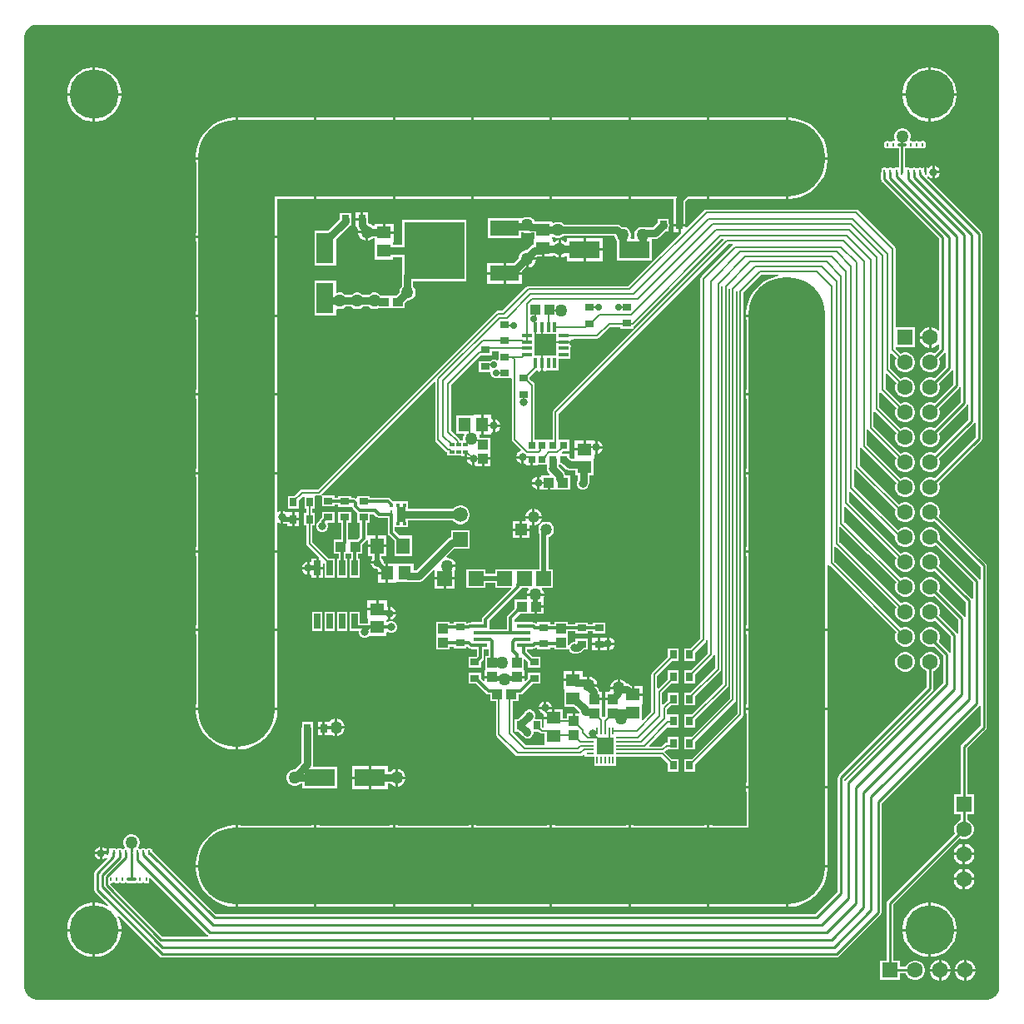
<source format=gbr>
%FSLAX23Y23*%
%MOIN*%
%SFA1B1*%

%IPPOS*%
%AMD11*
4,1,8,-0.003600,-0.006700,0.003600,-0.006700,0.004500,-0.005800,0.004500,0.005800,0.003600,0.006700,-0.003600,0.006700,-0.004500,0.005800,-0.004500,-0.005800,-0.003600,-0.006700,0.0*
1,1,0.001820,-0.003600,-0.005800*
1,1,0.001820,0.003600,-0.005800*
1,1,0.001820,0.003600,0.005800*
1,1,0.001820,-0.003600,0.005800*
%
%AMD12*
4,1,8,-0.003600,-0.008700,0.003600,-0.008700,0.004500,-0.007700,0.004500,0.007700,0.003600,0.008700,-0.003600,0.008700,-0.004500,0.007700,-0.004500,-0.007700,-0.003600,-0.008700,0.0*
1,1,0.001820,-0.003600,-0.007700*
1,1,0.001820,0.003600,-0.007700*
1,1,0.001820,0.003600,0.007700*
1,1,0.001820,-0.003600,0.007700*
%
%ADD10R,0.027560X0.035430*%
G04~CAMADD=11~8~0.0~0.0~90.6~133.9~9.1~0.0~15~0.0~0.0~0.0~0.0~0~0.0~0.0~0.0~0.0~0~0.0~0.0~0.0~180.0~90.0~134.0*
%ADD11D11*%
G04~CAMADD=12~8~0.0~0.0~90.6~173.2~9.1~0.0~15~0.0~0.0~0.0~0.0~0~0.0~0.0~0.0~0.0~0~0.0~0.0~0.0~180.0~92.0~174.0*
%ADD12D12*%
%ADD13R,0.059060X0.059060*%
%ADD14R,0.035430X0.027560*%
%ADD15R,0.039370X0.039370*%
%ADD16R,0.025590X0.060160*%
%ADD17R,0.053150X0.064960*%
%ADD18R,0.011810X0.013780*%
%ADD19R,0.037400X0.059060*%
%ADD20R,0.009250X0.034250*%
%ADD21R,0.051180X0.057090*%
%ADD22R,0.124020X0.070870*%
%ADD23R,0.057090X0.051180*%
%ADD24R,0.028540X0.027560*%
%ADD25R,0.039370X0.039370*%
%ADD26R,0.038980X0.037010*%
%ADD27R,0.070870X0.124020*%
%ADD28R,0.118110X0.062990*%
%ADD29R,0.244100X0.228350*%
%ADD30R,0.041340X0.013780*%
%ADD31R,0.013780X0.041340*%
%ADD32R,0.088980X0.088980*%
%ADD33R,0.070870X0.070870*%
%ADD34R,0.007870X0.031500*%
%ADD35R,0.031500X0.007870*%
%ADD36R,0.056100X0.017720*%
%ADD37R,0.059060X0.059060*%
%ADD38R,0.019680X0.015750*%
%ADD39C,0.007870*%
%ADD40C,0.029530*%
%ADD41C,0.011810*%
%ADD42C,0.010000*%
%ADD43C,0.019680*%
%ADD44C,0.307090*%
%ADD45C,0.062990*%
%ADD46R,0.062990X0.062990*%
%ADD47C,0.196850*%
%ADD48C,0.059060*%
%ADD49R,0.059060X0.059060*%
%ADD50C,0.307090*%
%ADD51R,0.062990X0.062990*%
%ADD52C,0.046930*%
%ADD53R,0.046930X0.046930*%
%ADD54C,0.031500*%
%ADD55C,0.027560*%
%ADD56C,0.050000*%
%LNhumrigid1_copper_signal_top-1*%
%LPD*%
G36*
X2096Y2149D02*
X2101D01*
X2111Y2147*
X2121Y2143*
X2130Y2137*
X2137Y2130*
X2143Y2121*
X2147Y2111*
X2149Y2101*
Y2096*
Y-1702*
Y-1707*
X2147Y-1718*
X2143Y-1727*
X2137Y-1736*
X2130Y-1743*
X2121Y-1749*
X2111Y-1753*
X2101Y-1755*
X2096*
X-1702Y-1755*
X-1707*
X-1717Y-1753*
X-1727Y-1749*
X-1736Y-1743*
X-1743Y-1736*
X-1749Y-1727*
X-1753Y-1717*
X-1755Y-1707*
X-1755Y-1702*
Y2096*
Y2101*
X-1753Y2111*
X-1749Y2121*
X-1743Y2130*
X-1736Y2137*
X-1727Y2143*
X-1718Y2147*
X-1707Y2149*
X-1702*
X2096*
G37*
%LNhumrigid1_copper_signal_top-2*%
%LPC*%
G36*
X1878Y1978D02*
X1875D01*
Y1875*
X1978*
Y1878*
X1975Y1895*
X1970Y1911*
X1962Y1926*
X1952Y1940*
X1940Y1952*
X1926Y1962*
X1911Y1970*
X1895Y1975*
X1878Y1978*
G37*
G36*
X1865D02*
X1861D01*
X1844Y1975*
X1828Y1970*
X1813Y1962*
X1799Y1952*
X1787Y1940*
X1777Y1926*
X1769Y1911*
X1764Y1895*
X1761Y1878*
Y1875*
X1865*
Y1978*
G37*
G36*
X-1467D02*
X-1471D01*
Y1875*
X-1367*
Y1878*
X-1370Y1895*
X-1375Y1911*
X-1383Y1926*
X-1393Y1940*
X-1405Y1952*
X-1419Y1962*
X-1434Y1970*
X-1450Y1975*
X-1467Y1978*
G37*
G36*
X-1481D02*
X-1484D01*
X-1501Y1975*
X-1518Y1970*
X-1533Y1962*
X-1547Y1952*
X-1559Y1940*
X-1569Y1926*
X-1576Y1911*
X-1582Y1895*
X-1584Y1878*
Y1875*
X-1481*
Y1978*
G37*
G36*
X1294Y1777D02*
X1288D01*
X1276Y1776*
X1007*
X994Y1777*
X989*
Y1614*
Y1450*
X994*
X1007Y1452*
X1276*
X1288Y1450*
X1294*
Y1614*
Y1777*
G37*
G36*
X979D02*
X973D01*
X961Y1776*
X692*
X680Y1777*
X674*
Y1614*
Y1450*
X680*
X692Y1452*
X843*
X845Y1450*
Y1374*
X844*
Y1351*
X868*
X892*
Y1374*
X891*
Y1440*
X902Y1452*
X961*
X973Y1450*
X979*
Y1614*
Y1777*
G37*
G36*
X664D02*
X658D01*
X646Y1776*
X377*
X365Y1777*
X359*
Y1614*
Y1450*
X365*
X377Y1452*
X646*
X658Y1450*
X664*
Y1614*
Y1777*
G37*
G36*
X349D02*
X343D01*
X331Y1776*
X62*
X50Y1777*
X44*
Y1614*
Y1450*
X50*
X62Y1452*
X331*
X343Y1450*
X349*
Y1614*
Y1777*
G37*
G36*
X34D02*
X28D01*
X16Y1776*
X-252*
X-264Y1777*
X-270*
Y1614*
Y1450*
X-264*
X-252Y1452*
X16*
X28Y1450*
X34*
Y1614*
Y1777*
G37*
G36*
X-280D02*
X-286D01*
X-298Y1776*
X-567*
X-579Y1777*
X-585*
Y1614*
Y1450*
X-579*
X-567Y1452*
X-298*
X-286Y1450*
X-280*
Y1614*
Y1777*
G37*
G36*
X-595D02*
X-601D01*
X-613Y1776*
X-882*
X-894Y1777*
X-900*
Y1614*
X-905*
Y1609*
X-1069*
Y1603*
X-1067Y1591*
Y1322*
X-1069Y1309*
Y1304*
X-905*
X-741*
Y1309*
X-743Y1322*
Y1452*
X-613*
X-601Y1450*
X-595*
Y1614*
Y1777*
G37*
G36*
X1978Y1865D02*
X1875D01*
Y1761*
X1878*
X1895Y1764*
X1911Y1769*
X1926Y1777*
X1940Y1787*
X1952Y1799*
X1962Y1813*
X1970Y1828*
X1975Y1844*
X1978Y1861*
Y1865*
G37*
G36*
X1865D02*
X1761D01*
Y1861*
X1764Y1844*
X1769Y1828*
X1777Y1813*
X1787Y1799*
X1799Y1787*
X1813Y1777*
X1828Y1769*
X1844Y1764*
X1861Y1761*
X1865*
Y1865*
G37*
G36*
X-1367D02*
X-1471D01*
Y1761*
X-1467*
X-1450Y1764*
X-1434Y1769*
X-1419Y1777*
X-1405Y1787*
X-1393Y1799*
X-1383Y1813*
X-1375Y1828*
X-1370Y1844*
X-1367Y1861*
Y1865*
G37*
G36*
X-1481D02*
X-1584D01*
Y1861*
X-1582Y1844*
X-1576Y1828*
X-1569Y1813*
X-1559Y1799*
X-1547Y1787*
X-1533Y1777*
X-1518Y1769*
X-1501Y1764*
X-1484Y1761*
X-1481*
Y1865*
G37*
G36*
X1765Y1735D02*
X1756D01*
X1748Y1732*
X1740Y1728*
X1734Y1722*
X1730Y1714*
X1728Y1706*
Y1697*
X1730Y1689*
X1731Y1687*
X1728Y1683*
X1728Y1683*
X1720*
X1717Y1682*
X1714Y1680*
X1710*
X1707Y1682*
X1704Y1683*
X1697*
X1693Y1682*
X1690Y1680*
X1688Y1677*
X1688Y1674*
Y1662*
X1688Y1659*
X1690Y1656*
X1693Y1654*
X1697Y1653*
X1704*
X1707Y1654*
X1710Y1656*
X1714*
X1717Y1654*
X1720Y1653*
X1728*
X1731Y1654*
X1734Y1656*
X1738*
X1740Y1654*
X1744Y1653*
X1746*
Y1579*
X1745Y1578*
X1741Y1576*
X1739Y1576*
X1732*
X1729Y1575*
X1726Y1573*
X1722*
X1719Y1575*
X1716Y1576*
X1708*
X1705Y1575*
X1702Y1573*
X1698*
X1696Y1575*
X1692Y1576*
X1685*
X1681Y1575*
X1679Y1573*
X1677Y1571*
X1676Y1567*
Y1562*
X1675Y1559*
Y1531*
X1676Y1526*
X1679Y1522*
X1908Y1293*
Y926*
X1903Y924*
X1897Y930*
X1887Y935*
X1877Y938*
X1876*
Y897*
Y855*
X1877*
X1887Y858*
X1897Y863*
X1903Y869*
X1908Y867*
Y852*
X1888Y832*
X1886Y833*
X1876Y836*
X1866*
X1856Y833*
X1847Y828*
X1840Y821*
X1834Y812*
X1832Y802*
Y791*
X1834Y781*
X1840Y772*
X1847Y765*
X1856Y760*
X1866Y757*
X1876*
X1886Y760*
X1895Y765*
X1903Y772*
X1908Y781*
X1911Y791*
Y802*
X1908Y812*
X1907Y814*
X1930Y837*
X1930Y837*
X1935Y836*
Y779*
X1888Y732*
X1886Y733*
X1876Y736*
X1866*
X1856Y733*
X1847Y728*
X1840Y721*
X1834Y712*
X1832Y702*
Y691*
X1834Y681*
X1840Y672*
X1847Y665*
X1856Y660*
X1866Y657*
X1876*
X1886Y660*
X1895Y665*
X1903Y672*
X1908Y681*
X1911Y691*
Y702*
X1908Y712*
X1907Y714*
X1958Y764*
X1960Y768*
X1965Y766*
Y709*
X1888Y632*
X1886Y633*
X1876Y636*
X1866*
X1856Y633*
X1847Y628*
X1840Y621*
X1834Y612*
X1832Y602*
Y591*
X1834Y581*
X1840Y572*
X1847Y565*
X1856Y560*
X1866Y557*
X1876*
X1886Y560*
X1895Y565*
X1903Y572*
X1908Y581*
X1911Y591*
Y602*
X1908Y612*
X1907Y614*
X1987Y694*
X1989Y697*
X1994Y696*
Y638*
X1888Y532*
X1886Y533*
X1876Y536*
X1866*
X1856Y533*
X1847Y528*
X1840Y521*
X1834Y512*
X1832Y502*
Y491*
X1834Y481*
X1840Y472*
X1847Y465*
X1856Y460*
X1866Y457*
X1876*
X1886Y460*
X1895Y465*
X1903Y472*
X1908Y481*
X1911Y491*
Y502*
X1908Y512*
X1907Y514*
X2017Y623*
X2019Y627*
X2024Y626*
Y568*
X1888Y432*
X1886Y433*
X1876Y436*
X1866*
X1856Y433*
X1847Y428*
X1840Y421*
X1834Y412*
X1832Y402*
Y391*
X1834Y381*
X1840Y372*
X1847Y365*
X1856Y360*
X1866Y357*
X1876*
X1886Y360*
X1895Y365*
X1903Y372*
X1908Y381*
X1911Y391*
Y402*
X1908Y412*
X1907Y414*
X2046Y553*
X2048Y556*
X2053Y555*
Y497*
X1888Y332*
X1886Y333*
X1876Y336*
X1866*
X1856Y333*
X1847Y328*
X1840Y321*
X1834Y312*
X1832Y302*
Y291*
X1834Y281*
X1840Y272*
X1847Y265*
X1856Y260*
X1866Y257*
X1876*
X1886Y260*
X1895Y265*
X1903Y272*
X1908Y281*
X1911Y291*
Y302*
X1908Y312*
X1907Y314*
X2076Y483*
X2079Y487*
X2080Y492*
Y1311*
X2079Y1316*
X2076Y1320*
X1860Y1535*
X1862Y1540*
X1866Y1542*
X1870Y1538*
X1875Y1535*
X1880Y1533*
Y1559*
Y1584*
X1875Y1583*
X1870Y1579*
X1865Y1575*
X1862Y1577*
X1859Y1578*
Y1559*
X1849*
Y1578*
X1846Y1577*
X1842Y1575*
X1837Y1575*
X1834Y1576*
X1827*
X1823Y1575*
X1820Y1573*
X1817*
X1814Y1575*
X1810Y1576*
X1803*
X1800Y1575*
X1797Y1573*
X1793*
X1790Y1575*
X1787Y1576*
X1779*
X1777Y1576*
X1773Y1578*
X1772Y1579*
Y1653*
X1775*
X1778Y1654*
X1781Y1656*
X1785*
X1788Y1654*
X1791Y1653*
X1798*
X1802Y1654*
X1805Y1656*
X1808*
X1811Y1654*
X1815Y1653*
X1822*
X1825Y1654*
X1828Y1656*
X1832*
X1835Y1654*
X1838Y1653*
X1846*
X1849Y1654*
X1852Y1656*
X1854Y1659*
X1855Y1662*
Y1674*
X1854Y1677*
X1852Y1680*
X1849Y1682*
X1846Y1683*
X1838*
X1835Y1682*
X1832Y1680*
X1828*
X1825Y1682*
X1822Y1683*
X1815*
X1811Y1682*
X1808Y1680*
X1805*
X1802Y1682*
X1798Y1683*
X1793*
X1790Y1687*
X1790Y1688*
X1791Y1689*
X1793Y1697*
Y1706*
X1791Y1714*
X1787Y1722*
X1781Y1728*
X1773Y1732*
X1765Y1735*
G37*
G36*
X1309Y1777D02*
X1304D01*
Y1619*
X1462*
Y1624*
X1459Y1646*
X1454Y1666*
X1446Y1686*
X1435Y1705*
X1422Y1722*
X1407Y1737*
X1390Y1750*
X1371Y1761*
X1351Y1769*
X1331Y1774*
X1309Y1777*
G37*
G36*
X-910D02*
X-916D01*
X-937Y1774*
X-958Y1769*
X-978Y1761*
X-996Y1750*
X-1013Y1737*
X-1028Y1722*
X-1041Y1705*
X-1052Y1686*
X-1060Y1666*
X-1066Y1646*
X-1069Y1624*
Y1619*
X-910*
Y1777*
G37*
G36*
X1890Y1584D02*
Y1564D01*
X1911*
X1909Y1568*
X1906Y1574*
X1901Y1579*
X1895Y1583*
X1890Y1584*
G37*
G36*
X1911Y1554D02*
X1890D01*
Y1533*
X1895Y1535*
X1901Y1538*
X1906Y1543*
X1909Y1549*
X1911Y1554*
G37*
G36*
X1462Y1609D02*
X1304D01*
Y1450*
X1309*
X1331Y1453*
X1351Y1458*
X1371Y1467*
X1390Y1477*
X1407Y1490*
X1422Y1506*
X1435Y1523*
X1446Y1541*
X1454Y1561*
X1459Y1582*
X1462Y1603*
Y1609*
G37*
G36*
X-409Y1397D02*
X-428D01*
Y1375*
X-409*
Y1397*
G37*
G36*
X264Y1379D02*
X255D01*
X247Y1377*
X240Y1373*
X235Y1373*
X101*
Y1294*
X235*
Y1319*
X240*
X247Y1315*
X255Y1313*
X264*
X272Y1315*
X273Y1316*
X286*
Y1296*
Y1295*
X284Y1291*
Y1291*
Y1267*
X278Y1266*
X270Y1261*
X256Y1247*
X255*
X246Y1245*
X238Y1240*
X231Y1234*
X227Y1226*
X224Y1217*
Y1215*
X205Y1195*
X173*
Y1159*
X237*
Y1162*
X252Y1178*
X254Y1177*
Y1212*
X259*
Y1217*
X295*
X299Y1220*
X317*
Y1255*
X327*
Y1220*
X361*
Y1223*
X366Y1225*
X368Y1223*
X376Y1219*
X384Y1217*
Y1251*
Y1286*
X376Y1284*
X368Y1279*
X366Y1278*
X361Y1280*
Y1291*
Y1291*
X359Y1295*
Y1296*
X364Y1299*
X369Y1296*
X377Y1293*
X386*
X394Y1296*
X402Y1300*
X405Y1303*
X606*
X609Y1301*
X611Y1294*
X615Y1286*
X618Y1283*
Y1268*
X619Y1266*
Y1204*
X758*
Y1290*
X770*
X779Y1292*
X786Y1297*
X810Y1320*
X824*
Y1337*
X826Y1344*
Y1346*
X824Y1353*
Y1372*
X781*
Y1357*
X761Y1337*
X734*
X733Y1337*
X724Y1339*
X716*
X707Y1337*
X700Y1333*
X694Y1327*
X689Y1319*
X687Y1311*
Y1302*
X689Y1296*
X686Y1291*
X675*
X672Y1296*
X674Y1302*
Y1311*
X672Y1319*
X668Y1327*
X661Y1333*
X654Y1337*
X646Y1339*
X637*
X636Y1339*
X632Y1343*
X625Y1348*
X616Y1349*
X405*
X402Y1353*
X394Y1357*
X386Y1359*
X377*
X369Y1357*
X364Y1354*
X359Y1357*
Y1362*
X314*
X312Y1362*
X288*
X286Y1366*
X280Y1372*
X272Y1377*
X264Y1379*
G37*
G36*
X1574Y1409D02*
D01*
X976*
X971Y1408*
X967Y1406*
X896Y1334*
X892Y1336*
Y1341*
X873*
Y1318*
X873*
X875Y1314*
X664Y1102*
X263*
X259Y1101*
X255Y1099*
X159Y1003*
X140*
X135Y1002*
X131Y999*
Y999*
X-580Y287*
X-642*
X-647Y286*
X-651Y284*
X-673Y261*
X-699*
Y210*
X-656*
Y244*
X-639Y261*
X-634Y259*
Y258*
Y210*
X-625*
Y194*
X-635*
Y143*
X-626*
Y71*
X-625Y66*
X-622Y62*
X-577Y17*
X-577Y16*
Y-22*
X-560*
Y-10*
X-555Y-7*
X-553Y-8*
Y-65*
X-512*
Y10*
X-536*
X-602Y76*
Y143*
X-592*
Y194*
X-601*
Y210*
X-591*
Y261*
X-587Y263*
X-575*
X-570Y264*
X-569Y265*
X-569Y265*
X-564Y262*
Y259*
Y220*
X-513*
Y227*
X-498*
Y219*
X-446*
X-442Y217*
X-442Y216*
X-439Y211*
X-423Y195*
Y154*
X-411*
Y98*
X-423Y86*
X-458*
Y154*
X-446*
Y197*
X-498*
Y154*
X-486*
Y86*
X-515*
Y31*
X-496*
Y10*
X-503*
Y-65*
X-462*
Y10*
X-468*
Y31*
X-463*
X-460*
X-458*
X-446*
Y10*
X-453*
Y-65*
X-412*
Y10*
X-418*
Y31*
X-403*
Y66*
X-387Y82*
X-385Y86*
X-382Y86*
X-380Y85*
Y67*
X-348*
Y105*
X-378*
X-380*
X-383Y109*
Y154*
X-372*
Y189*
X-356*
X-346Y179*
X-341Y176*
X-336Y174*
X-299*
Y152*
Y115*
X-298Y109*
X-295Y105*
X-273Y83*
Y22*
X-204*
Y103*
X-253*
X-271Y120*
Y137*
X-220*
Y163*
X-39*
X-32Y157*
X-24Y152*
X-14Y149*
X-4*
X4Y152*
X13Y157*
X20Y164*
X25Y172*
X27Y182*
Y191*
X25Y201*
X20Y209*
X13Y216*
X4Y221*
X-4Y224*
X-14*
X-24Y221*
X-32Y216*
X-39Y210*
X-220*
Y240*
X-279*
X-290Y251*
X-294Y254*
X-300Y255*
X-372*
Y262*
X-423*
Y253*
X-428Y251*
X-431Y254*
X-437Y255*
X-446*
Y262*
X-498*
Y255*
X-513*
Y263*
X-560*
X-563*
X-565Y268*
X-115Y718*
X-110Y717*
Y487*
X-109Y482*
X-106Y478*
X-67Y439*
X-63Y436*
X-62Y436*
Y424*
X-7*
Y421*
X7*
Y439*
X17*
Y419*
X18Y418*
X18Y416*
X43*
Y411*
X48*
Y385*
X49Y386*
X52Y382*
Y381*
X77*
Y411*
X82*
Y416*
X112*
Y440*
X110*
Y495*
X68*
Y496*
X66Y504*
X66Y505*
X68Y509*
X74*
Y548*
Y586*
X44*
X40Y584*
X-26*
Y511*
X3*
X6Y507*
X4Y504*
X2Y496*
Y487*
X2Y487*
X0Y483*
X-8*
X-9Y485*
X-12Y489*
X-47Y524*
Y707*
X70Y824*
X116*
Y841*
X143*
Y806*
X139Y804*
X138Y805*
X130Y809*
X121*
X113Y805*
X110Y802*
X64*
Y759*
X112*
Y751*
X115Y743*
X121Y737*
X129Y734*
X138*
X140Y735*
X143Y733*
X194*
X196Y728*
Y488*
X197Y484*
X200Y480*
X233Y447*
X231Y441*
X230Y441*
X224Y437*
X219Y433*
X216Y427*
X214Y422*
X240*
Y417*
X245*
Y392*
X248Y392*
X253Y389*
Y385*
X272*
Y409*
X282*
Y385*
X301*
Y387*
X339*
Y381*
X339Y377*
X338Y374*
Y365*
X342Y356*
X348Y350*
X347Y347*
X346Y345*
X315*
Y342*
X310Y339*
X308Y340*
Y314*
Y289*
X310Y290*
X315Y287*
Y286*
X340*
Y315*
X350*
Y286*
X375*
Y288*
X430*
Y343*
X410*
Y345*
X409Y353*
X404Y361*
X385Y380*
X385Y381*
Y387*
X393*
X409Y371*
X417Y366*
X426Y364*
X451*
Y343*
X461*
Y325*
X460Y324*
X456Y315*
Y306*
X460Y297*
X466Y291*
X475Y287*
X485*
X493Y291*
X500Y297*
X501Y299*
X505Y306*
X507Y314*
Y343*
X524*
Y409*
Y410*
X526Y414*
Y414*
Y428*
X530Y431*
Y456*
Y482*
X526Y485*
Y485*
X493*
Y449*
X488*
Y444*
X449*
Y415*
Y414*
X446Y410*
X435*
X426Y419*
Y431*
X411*
X404Y432*
X401Y432*
X396Y435*
X396Y436*
X402Y442*
X426*
Y486*
X384*
Y591*
X1064Y1271*
X1080*
X1082Y1266*
X956Y1140*
X953Y1136*
X952Y1131*
Y-309*
X913Y-348*
X886*
Y-399*
X930*
Y-365*
X973Y-322*
X975Y-318*
X976Y-314*
Y1123*
X978Y1124*
X982Y1122*
X982Y1122*
Y-368*
X913Y-437*
X886*
Y-488*
X930*
Y-454*
X1002Y-381*
X1005Y-377*
X1006Y-373*
Y1113*
X1007Y1114*
X1011Y1112*
X1011Y1112*
Y1112*
Y-427*
X913Y-525*
X886*
Y-576*
X930*
Y-542*
X1032Y-440*
X1034Y-436*
X1035Y-432*
Y1103*
X1037Y1104*
X1041Y1102*
X1041Y1102*
Y-490*
X917Y-614*
X886*
Y-665*
X930*
Y-634*
X930Y-634*
X1061Y-503*
X1064Y-499*
X1065Y-495*
Y1093*
X1066Y1095*
X1070Y1092*
X1070Y1092*
Y-549*
X917Y-702*
X886*
Y-753*
X930*
Y-723*
X930Y-723*
X1091Y-562*
X1093Y-558*
X1094Y-554*
Y1084*
X1096Y1085*
X1100Y1082*
X1100Y1082*
Y-608*
X917Y-791*
X886*
Y-842*
X930*
Y-812*
X930Y-811*
X1120Y-621*
X1123Y-617*
X1124Y-613*
Y1077*
X1195Y1149*
X1264*
X1264Y1144*
X1246Y1139*
X1226Y1131*
X1208Y1120*
X1191Y1107*
X1175Y1092*
X1162Y1075*
X1152Y1056*
X1144Y1036*
X1138Y1016*
X1135Y994*
Y989*
X1299*
Y979*
X1135*
Y973*
X1137Y961*
Y692*
X1135Y680*
Y674*
X1299*
Y664*
X1135*
Y658*
X1137Y646*
Y377*
X1135Y365*
Y359*
X1299*
Y349*
X1135*
Y343*
X1137Y331*
Y62*
X1135Y50*
Y44*
X1299*
Y34*
X1135*
Y28*
X1137Y16*
Y-252*
X1135Y-264*
Y-270*
X1299*
X1462*
Y-264*
X1461Y-252*
Y-15*
X1466Y-13*
X1467Y-16*
X1736Y-284*
X1734Y-287*
X1732Y-297*
Y-308*
X1734Y-318*
X1740Y-327*
X1747Y-334*
X1756Y-339*
X1766Y-342*
X1776*
X1786Y-339*
X1795Y-334*
X1803Y-327*
X1808Y-318*
X1811Y-308*
Y-297*
X1808Y-287*
X1803Y-278*
X1795Y-271*
X1786Y-266*
X1776Y-263*
X1766*
X1756Y-266*
X1753Y-267*
X1488Y-2*
Y56*
X1493Y58*
X1736Y-184*
X1734Y-187*
X1732Y-197*
Y-208*
X1734Y-218*
X1740Y-227*
X1747Y-234*
X1756Y-239*
X1766Y-242*
X1776*
X1786Y-239*
X1795Y-234*
X1803Y-227*
X1808Y-218*
X1811Y-208*
Y-197*
X1808Y-187*
X1803Y-178*
X1795Y-171*
X1786Y-166*
X1776Y-163*
X1766*
X1756Y-166*
X1753Y-167*
X1508Y77*
Y136*
X1512Y138*
X1736Y-84*
X1734Y-87*
X1732Y-97*
Y-108*
X1734Y-118*
X1740Y-127*
X1747Y-134*
X1756Y-139*
X1766Y-142*
X1776*
X1786Y-139*
X1795Y-134*
X1803Y-127*
X1808Y-118*
X1811Y-108*
Y-97*
X1808Y-87*
X1803Y-78*
X1795Y-71*
X1786Y-66*
X1776Y-63*
X1766*
X1756Y-66*
X1753Y-67*
X1527Y157*
Y217*
X1532Y219*
X1736Y15*
X1734Y12*
X1732Y2*
Y-8*
X1734Y-18*
X1740Y-27*
X1747Y-34*
X1756Y-39*
X1766Y-42*
X1776*
X1786Y-39*
X1795Y-34*
X1803Y-27*
X1808Y-18*
X1811Y-8*
Y2*
X1808Y12*
X1803Y21*
X1795Y28*
X1786Y33*
X1776Y36*
X1766*
X1756Y33*
X1753Y32*
X1547Y238*
Y279*
X1552Y281*
X1732Y101*
Y91*
X1734Y81*
X1740Y72*
X1747Y65*
X1756Y60*
X1766Y57*
X1776*
X1786Y60*
X1795Y65*
X1803Y72*
X1808Y81*
X1811Y91*
Y102*
X1808Y112*
X1803Y121*
X1795Y128*
X1786Y133*
X1776Y136*
X1766*
X1756Y133*
X1747Y128*
X1743Y124*
X1567Y300*
Y367*
X1572Y369*
X1733Y207*
X1732Y202*
Y191*
X1734Y181*
X1740Y172*
X1747Y165*
X1756Y160*
X1766Y157*
X1776*
X1786Y160*
X1795Y165*
X1803Y172*
X1808Y181*
X1811Y191*
Y202*
X1808Y212*
X1803Y221*
X1795Y228*
X1786Y233*
X1776Y236*
X1766*
X1756Y233*
X1747Y228*
X1747Y228*
X1590Y384*
Y456*
X1591Y456*
X1595Y456*
X1597Y453*
X1736Y315*
X1734Y312*
X1732Y302*
Y291*
X1734Y281*
X1740Y272*
X1747Y265*
X1756Y260*
X1766Y257*
X1776*
X1786Y260*
X1795Y265*
X1803Y272*
X1808Y281*
X1811Y291*
Y302*
X1808Y312*
X1803Y321*
X1795Y328*
X1786Y333*
X1776Y336*
X1766*
X1756Y333*
X1753Y332*
X1618Y467*
Y528*
X1618Y528*
X1623Y529*
X1625Y526*
X1736Y415*
X1734Y412*
X1732Y402*
Y391*
X1734Y381*
X1740Y372*
X1747Y365*
X1756Y360*
X1766Y357*
X1776*
X1786Y360*
X1795Y365*
X1803Y372*
X1808Y381*
X1811Y391*
Y402*
X1808Y412*
X1803Y421*
X1795Y428*
X1786Y433*
X1776Y436*
X1766*
X1756Y433*
X1753Y432*
X1645Y539*
Y598*
X1650Y600*
X1736Y515*
X1734Y512*
X1732Y502*
Y491*
X1734Y481*
X1740Y472*
X1747Y465*
X1756Y460*
X1766Y457*
X1776*
X1786Y460*
X1795Y465*
X1803Y472*
X1808Y481*
X1811Y491*
Y502*
X1808Y512*
X1803Y521*
X1795Y528*
X1786Y533*
X1776Y536*
X1766*
X1756Y533*
X1753Y532*
X1669Y616*
Y675*
X1674Y677*
X1736Y615*
X1734Y612*
X1732Y602*
Y591*
X1734Y581*
X1740Y572*
X1747Y565*
X1756Y560*
X1766Y557*
X1776*
X1786Y560*
X1795Y565*
X1803Y572*
X1808Y581*
X1811Y591*
Y602*
X1808Y612*
X1803Y621*
X1795Y628*
X1786Y633*
X1776Y636*
X1766*
X1756Y633*
X1753Y632*
X1693Y692*
Y751*
X1697Y753*
X1736Y715*
X1734Y712*
X1732Y702*
Y691*
X1734Y681*
X1740Y672*
X1747Y665*
X1756Y660*
X1766Y657*
X1776*
X1786Y660*
X1795Y665*
X1803Y672*
X1808Y681*
X1811Y691*
Y702*
X1808Y712*
X1803Y721*
X1795Y728*
X1786Y733*
X1776Y736*
X1766*
X1756Y733*
X1753Y732*
X1712Y772*
Y831*
X1717Y833*
X1736Y815*
X1734Y812*
X1732Y802*
Y791*
X1734Y781*
X1740Y772*
X1747Y765*
X1756Y760*
X1766Y757*
X1776*
X1786Y760*
X1795Y765*
X1803Y772*
X1808Y781*
X1811Y791*
Y802*
X1808Y812*
X1803Y821*
X1795Y828*
X1786Y833*
X1776Y836*
X1766*
X1756Y833*
X1753Y832*
X1734Y851*
Y857*
X1811*
Y936*
X1734*
Y1250*
X1733Y1254*
X1730Y1258*
X1583Y1406*
X1579Y1408*
X1574Y1409*
G37*
G36*
X-276Y1351D02*
X-310D01*
Y1321*
X-276*
Y1351*
G37*
G36*
X863Y1341D02*
X844D01*
Y1318*
X863*
Y1341*
G37*
G36*
X-388Y1313D02*
X-418D01*
X-416Y1305*
X-411Y1297*
X-405Y1290*
X-397Y1286*
X-388Y1284*
Y1313*
G37*
G36*
X483Y1293D02*
X416D01*
Y1282*
X411Y1279*
X403Y1284*
X394Y1286*
Y1251*
Y1217*
X403Y1219*
X411Y1223*
X416Y1221*
Y1202*
X483*
Y1248*
Y1293*
G37*
G36*
X560D02*
X493D01*
Y1253*
X560*
Y1293*
G37*
G36*
Y1243D02*
X493D01*
Y1202*
X560*
Y1243*
G37*
G36*
X-447Y1395D02*
X-491D01*
Y1378*
X-491Y1377*
X-493Y1371*
X-540Y1323*
X-594*
Y1184*
X-507*
Y1291*
X-454Y1344*
X-447*
Y1358*
X-447Y1361*
Y1365*
X-446Y1370*
X-447Y1377*
Y1395*
G37*
G36*
X294Y1207D02*
X264D01*
Y1177*
X273Y1179*
X281Y1184*
X287Y1191*
X292Y1199*
X294Y1207*
G37*
G36*
X163Y1195D02*
X99D01*
Y1159*
X163*
Y1195*
G37*
G36*
X237Y1149D02*
X173D01*
Y1112*
X237*
Y1149*
G37*
G36*
X163D02*
X99D01*
Y1112*
X163*
Y1149*
G37*
G36*
X-380Y1397D02*
X-399D01*
Y1370*
X-404*
Y1365*
X-428*
Y1342*
X-426*
X-424Y1335*
X-419Y1327*
X-418Y1326*
X-418Y1323*
X-383*
Y1318*
X-378*
Y1284*
X-370Y1286*
X-362Y1290*
X-358Y1294*
X-353*
Y1280*
Y1280*
X-351Y1276*
Y1275*
Y1209*
X-278*
Y1219*
X-244*
Y1146*
X-244Y1144*
Y1101*
X-247Y1098*
X-252Y1090*
X-254Y1082*
Y1077*
X-266Y1065*
X-285*
X-290*
X-292*
X-330*
X-334Y1069*
X-341Y1073*
X-350Y1076*
X-358*
X-367Y1073*
X-374Y1069*
X-377Y1066*
X-399*
X-403Y1069*
X-410Y1073*
X-418Y1076*
X-427*
X-435Y1073*
X-443Y1069*
X-446Y1066*
X-468*
X-471Y1069*
X-479Y1073*
X-487Y1076*
X-496*
X-502Y1074*
X-507Y1077*
Y1123*
X-594*
Y983*
X-507*
Y1009*
X-502Y1012*
X-496Y1010*
X-487*
X-479Y1012*
X-471Y1017*
X-468Y1020*
X-446*
X-443Y1017*
X-435Y1012*
X-427Y1010*
X-418*
X-410Y1012*
X-403Y1017*
X-399Y1020*
X-377*
X-374Y1017*
X-367Y1012*
X-358Y1010*
X-350*
X-341Y1012*
X-340Y1013*
X-292*
X-287*
X-285*
X-232*
Y1034*
X-221Y1045*
X-217*
X-208Y1047*
X-201Y1051*
X-195Y1057*
X-190Y1065*
X-188Y1073*
Y1082*
X-190Y1090*
X-195Y1098*
X-198Y1101*
Y1122*
X15*
Y1366*
X-244*
Y1266*
X-278*
Y1275*
Y1276*
X-276Y1280*
Y1280*
Y1311*
X-315*
Y1316*
X-320*
Y1351*
X-353*
Y1345*
X-358Y1343*
X-362Y1346*
X-370Y1351*
X-379Y1353*
X-380*
Y1369*
X-380Y1370*
Y1397*
G37*
G36*
X-741Y1294D02*
X-905D01*
X-1069*
Y1288*
X-1067Y1276*
Y1007*
X-1069Y994*
Y989*
X-905*
X-741*
Y994*
X-743Y1007*
Y1276*
X-741Y1288*
Y1294*
G37*
G36*
X1866Y938D02*
X1866D01*
X1855Y935*
X1846Y930*
X1838Y922*
X1832Y913*
X1830Y902*
Y902*
X1866*
Y938*
G37*
G36*
Y892D02*
X1830D01*
Y891*
X1832Y880*
X1838Y871*
X1846Y863*
X1855Y858*
X1866Y855*
X1866*
Y892*
G37*
G36*
X-741Y979D02*
X-905D01*
X-1069*
Y973*
X-1067Y961*
Y692*
X-1069Y680*
Y674*
X-905*
X-741*
Y680*
X-743Y692*
Y961*
X-741Y973*
Y979*
G37*
G36*
X130Y568D02*
Y548D01*
X151*
X149Y553*
X146Y559*
X141Y563*
X135Y567*
X130Y568*
G37*
G36*
X151Y538D02*
X130D01*
Y517*
X135Y519*
X141Y522*
X146Y527*
X149Y533*
X151Y538*
G37*
G36*
X115Y586D02*
X84D01*
Y548*
Y509*
X115*
Y514*
X120Y518*
X120Y517*
Y543*
Y568*
X120Y568*
X115Y572*
Y586*
G37*
G36*
X540Y482D02*
Y461D01*
X560*
X559Y466*
X556Y472*
X551Y477*
X545Y480*
X540Y482*
G37*
G36*
X483Y485D02*
X449D01*
Y454*
X483*
Y485*
G37*
G36*
X560Y451D02*
X540D01*
Y431*
X545Y432*
X551Y436*
X556Y440*
X559Y446*
X560Y451*
G37*
G36*
X235Y412D02*
X214D01*
X216Y407*
X219Y401*
X224Y396*
X230Y393*
X235Y392*
Y412*
G37*
G36*
X38Y406D02*
X18D01*
X19Y401*
X22Y395*
X27Y390*
X33Y387*
X38Y385*
Y406*
G37*
G36*
X112D02*
X87D01*
Y381*
X112*
Y406*
G37*
G36*
X-741Y664D02*
X-905D01*
X-1069*
Y658*
X-1067Y646*
Y377*
X-1069Y365*
Y359*
X-905*
X-741*
Y365*
X-743Y377*
Y646*
X-741Y658*
Y664*
G37*
G36*
X298Y340D02*
X293Y338D01*
X287Y335*
X282Y330*
X279Y324*
X277Y319*
X298*
Y340*
G37*
G36*
Y309D02*
X277D01*
X279Y305*
X282Y299*
X287Y294*
X293Y290*
X298Y289*
Y309*
G37*
G36*
X289Y211D02*
Y182D01*
X317*
X315Y190*
X311Y198*
X305Y204*
X297Y209*
X289Y211*
G37*
G36*
X279D02*
X271Y209D01*
X264Y204*
X257Y198*
X253Y190*
X251Y182*
X279*
Y211*
G37*
G36*
X-655Y197D02*
X-674D01*
Y174*
X-655*
Y197*
G37*
G36*
X-741Y349D02*
X-905D01*
X-1069*
Y343*
X-1067Y331*
Y62*
X-1069Y50*
Y44*
X-905*
X-741*
Y50*
X-743Y62*
Y153*
X-738Y155*
X-734Y153*
X-729Y151*
Y177*
Y202*
X-734Y201*
X-738Y198*
X-743Y200*
Y331*
X-741Y343*
Y349*
G37*
G36*
X317Y172D02*
X289D01*
Y144*
X297Y146*
X305Y151*
X311Y157*
X315Y165*
X317Y172*
G37*
G36*
X279D02*
X251D01*
X253Y166*
X250Y161*
X239*
Y132*
X268*
Y143*
X273Y146*
X279Y144*
Y172*
G37*
G36*
X-655Y164D02*
X-674D01*
Y141*
X-655*
Y164*
G37*
G36*
X-719Y202D02*
Y177D01*
Y151*
X-716Y151*
X-703*
Y141*
X-684*
Y169*
Y197*
X-703*
X-708Y197*
X-708Y197*
X-714Y201*
X-719Y202*
G37*
G36*
X229Y161D02*
X201D01*
Y132*
X229*
Y161*
G37*
G36*
X-513Y198D02*
X-564D01*
Y175*
X-569Y171*
X-572Y166*
X-572Y163*
X-576Y161*
X-583Y155*
X-586Y146*
Y137*
X-583Y128*
X-576Y121*
X-567Y118*
X-558*
X-549Y121*
X-542Y128*
X-539Y137*
Y146*
X-541Y150*
X-537Y155*
X-513*
Y198*
G37*
G36*
X268Y122D02*
X239D01*
Y94*
X268*
Y122*
G37*
G36*
X229D02*
X201D01*
Y94*
X229*
Y122*
G37*
G36*
X-338Y105D02*
Y67D01*
X-306*
Y105*
X-338*
G37*
G36*
X-587Y12D02*
X-605D01*
Y0*
X-610Y-2*
X-613Y-2*
Y-27*
Y-52*
X-610Y-52*
X-605Y-55*
Y-67*
X-587*
Y-27*
Y12*
G37*
G36*
X-623Y-2D02*
X-628Y-3D01*
X-633Y-6*
X-638Y-11*
X-642Y-17*
X-643Y-22*
X-623*
Y-2*
G37*
G36*
X338Y159D02*
X330D01*
X322Y157*
X315Y153*
X309Y147*
X305Y140*
X303Y132*
Y123*
X305Y115*
X307Y112*
X306Y110*
Y-31*
X288*
X287*
X283*
X209*
X208*
X204*
X130*
Y-50*
X90*
Y-31*
X15*
Y-106*
X90*
Y-86*
X130*
Y-106*
X194*
X195Y-110*
X82Y-224*
X79Y-228*
X78Y-234*
Y-243*
X34*
Y-246*
X27*
X22Y-247*
X20Y-248*
X15*
Y-241*
X-35*
Y-248*
X-51*
Y-242*
X-106*
Y-297*
Y-299*
Y-354*
X-51*
Y-341*
X-35*
Y-349*
X15*
Y-344*
X20Y-342*
X23Y-345*
X28Y-348*
X33Y-350*
X34*
Y-353*
X56*
Y-380*
X54Y-382*
X23*
Y-425*
X74*
Y-401*
X80Y-396*
X83Y-391*
X84Y-386*
Y-353*
X104*
Y-380*
X90*
Y-435*
X88*
Y-459*
X118*
Y-469*
X88*
Y-477*
X83Y-479*
X74Y-470*
Y-447*
X23*
Y-490*
X54*
X93Y-528*
X97Y-531*
X103Y-533*
X111*
Y-560*
X133*
Y-692*
X134Y-697*
X137Y-701*
X211Y-776*
X215Y-778*
X220Y-779*
X472*
X477Y-778*
X480Y-776*
X483Y-773*
X488Y-775*
Y-781*
X525*
Y-783*
X527*
Y-820*
X614*
Y-783*
X616*
Y-781*
X628*
X629Y-781*
X795*
X821Y-808*
Y-842*
X865*
Y-791*
X838*
X809Y-762*
X817Y-755*
X821Y-753*
X865*
Y-702*
X821*
Y-726*
X816*
X812Y-727*
X808Y-729*
X796Y-741*
X748*
X746Y-737*
X817Y-666*
X821Y-665*
Y-665*
X865*
Y-614*
X821*
X819Y-610*
Y-592*
X834Y-576*
X865*
Y-525*
X821*
Y-555*
X804Y-573*
X799Y-571*
Y-527*
X838Y-488*
X865*
Y-437*
X821*
Y-471*
X784Y-508*
X779Y-506*
Y-458*
X838Y-399*
X865*
Y-348*
X821*
Y-382*
X759Y-445*
X756Y-449*
X755Y-453*
Y-602*
X722Y-635*
X718Y-633*
Y-574*
Y-574*
X720Y-569*
Y-569*
Y-539*
X681*
Y-534*
X676*
Y-498*
X675*
X672Y-495*
X665Y-490*
X656Y-488*
X655*
X653Y-486*
X647Y-479*
X639Y-475*
X630Y-472*
Y-507*
X625*
Y-512*
X591*
X592Y-517*
X588Y-522*
X570*
Y-547*
X600*
Y-557*
X570*
Y-577*
Y-581*
X572Y-585*
Y-619*
X567Y-624*
X561Y-624*
X556Y-619*
Y-581*
X558*
Y-557*
X528*
Y-547*
X558*
Y-522*
X547*
Y-521*
X545Y-512*
X540Y-505*
X538Y-503*
X538Y-501*
X503*
Y-496*
X498*
Y-461*
X490Y-463*
X488Y-463*
X481*
Y-439*
X447*
Y-475*
X442*
Y-480*
X404*
Y-510*
X406Y-514*
Y-581*
X446*
X468Y-603*
Y-607*
X465Y-610*
X450*
Y-640*
X440*
Y-610*
X416*
Y-628*
X402*
Y-591*
X369*
Y-627*
X364*
Y-632*
X325*
Y-662*
X322Y-665*
X318Y-662*
X318Y-662*
Y-631*
X292*
X289Y-626*
X291Y-622*
Y-613*
X287Y-604*
X281Y-598*
X272Y-594*
X263*
X254Y-598*
X247Y-604*
X246Y-606*
X221Y-631*
X209*
Y-650*
X208Y-657*
Y-659*
X209Y-666*
Y-683*
X222*
X240Y-700*
X246Y-704*
X246Y-705*
X246Y-705*
X247Y-705*
X249Y-706*
X255Y-708*
X264*
X273Y-705*
X279Y-698*
X283Y-689*
Y-683*
X305*
X309Y-687*
X313Y-689*
X317Y-690*
Y-690*
X327*
Y-733*
X323Y-735*
X253*
X201Y-683*
Y-560*
X223*
Y-533*
X231*
X237Y-531*
X241Y-528*
X280Y-490*
X311*
Y-447*
X260*
Y-470*
X250Y-480*
X246Y-478*
Y-469*
X216*
Y-459*
X246*
Y-435*
X244*
Y-392*
X248Y-390*
X260Y-401*
Y-425*
X311*
Y-382*
X280*
X258Y-360*
Y-353*
X280*
Y-350*
X284*
X289Y-348*
X294Y-345*
X299Y-347*
Y-352*
X350*
Y-345*
X366*
Y-354*
X421*
X421*
X426Y-354*
X428Y-359*
X435Y-366*
X444Y-370*
X453*
X455Y-369*
X460*
X468Y-367*
X476Y-362*
X485Y-353*
X501*
Y-310*
X483*
X476Y-308*
X474*
X467Y-310*
X450*
Y-322*
X450Y-322*
X444*
X435Y-326*
X428Y-333*
X426Y-337*
X421Y-336*
Y-299*
Y-297*
Y-280*
X450*
Y-288*
X501*
Y-280*
X521*
Y-288*
X572*
Y-245*
X521*
Y-252*
X501*
Y-245*
X450*
Y-252*
X421*
Y-242*
X366*
Y-251*
X350*
Y-244*
X299*
Y-249*
X294Y-250*
X289Y-247*
X284Y-246*
X280*
Y-243*
X208*
X206Y-238*
Y-233*
X231Y-208*
X263*
Y-210*
X288*
Y-181*
X293*
Y-176*
X323*
Y-151*
X324Y-146*
X326Y-138*
X256*
X258Y-147*
X259Y-149*
X257Y-153*
X208*
Y-191*
X182Y-217*
X179Y-222*
X178Y-227*
Y-271*
X106*
Y-258*
X106Y-257*
Y-240*
X232Y-114*
X235Y-109*
X236Y-106*
X262*
X264Y-110*
X263Y-112*
X258Y-120*
X256Y-128*
X326*
X323Y-120*
X319Y-112*
X317Y-110*
X319Y-106*
X362*
Y-31*
X343*
Y97*
X346Y98*
X353Y102*
X359Y108*
X363Y115*
X365Y123*
Y132*
X363Y140*
X359Y147*
X353Y153*
X346Y157*
X338Y159*
G37*
G36*
X27Y125D02*
X-47D01*
Y96*
X-53Y95*
X-60Y90*
X-186Y-36*
X-197*
Y-10*
X-263*
X-264*
X-268Y-8*
X-268*
X-299*
Y-47*
Y-85*
X-268*
X-268*
X-264Y-83*
X-263*
X-197*
Y-82*
X-182*
X-181Y-82*
X-172*
X-163Y-79*
X-157Y-72*
X-156Y-71*
X-117Y-31*
X-112Y-33*
Y-63*
X-72*
X-33*
Y-38*
X-30Y-33*
X-28Y-24*
X-62*
Y-14*
X-28*
X-30Y-6*
X-34Y1*
X-41Y8*
X-49Y12*
X-58Y15*
X-63*
X-65Y20*
X-34Y50*
X-24*
X-22Y51*
X27*
Y125*
G37*
G36*
X-306Y57D02*
X-343D01*
X-380*
Y20*
X-361*
Y13*
X-364Y10*
X-367Y4*
X-368Y0*
X-343*
Y-10*
X-368*
X-367Y-14*
X-364Y-20*
X-359Y-25*
X-353Y-28*
X-346Y-30*
X-343*
X-339Y-34*
Y-42*
X-309*
Y-8*
X-314*
X-317Y-5*
Y-1*
X-319Y4*
X-322Y10*
X-325Y13*
Y20*
X-306*
Y57*
G37*
G36*
X-623Y-32D02*
X-643D01*
X-642Y-37*
X-638Y-43*
X-633Y-48*
X-628Y-51*
X-623Y-52*
Y-32*
G37*
G36*
X-560Y-32D02*
X-577D01*
Y-67*
X-560*
Y-32*
G37*
G36*
X1876Y236D02*
X1866D01*
X1856Y233*
X1847Y228*
X1840Y221*
X1834Y212*
X1832Y202*
Y191*
X1834Y181*
X1840Y172*
X1847Y165*
X1856Y160*
X1866Y157*
X1876*
X1886Y160*
X1888Y161*
X2073Y-23*
Y-71*
X2068Y-72*
X2066Y-69*
X1909Y87*
X1911Y91*
Y102*
X1908Y112*
X1903Y121*
X1895Y128*
X1886Y133*
X1876Y136*
X1866*
X1856Y133*
X1847Y128*
X1840Y121*
X1834Y112*
X1832Y102*
Y91*
X1834Y81*
X1840Y72*
X1847Y65*
X1856Y60*
X1866Y57*
X1876*
X1886Y60*
X1894Y64*
X2043Y-84*
Y-150*
X2038Y-151*
X2036Y-148*
X1907Y-19*
X1908Y-18*
X1911Y-8*
Y2*
X1908Y12*
X1903Y21*
X1895Y28*
X1886Y33*
X1876Y36*
X1866*
X1856Y33*
X1847Y28*
X1840Y21*
X1834Y12*
X1832Y2*
Y-8*
X1834Y-18*
X1840Y-27*
X1847Y-34*
X1856Y-39*
X1866Y-42*
X1876*
X1886Y-39*
X1889Y-38*
X2014Y-162*
Y-222*
X2009Y-223*
X2007Y-220*
X1907Y-120*
X1908Y-118*
X1911Y-108*
Y-97*
X1908Y-87*
X1903Y-78*
X1895Y-71*
X1886Y-66*
X1876Y-63*
X1866*
X1856Y-66*
X1847Y-71*
X1840Y-78*
X1834Y-87*
X1832Y-97*
Y-108*
X1834Y-118*
X1840Y-127*
X1847Y-134*
X1856Y-139*
X1866Y-142*
X1876*
X1886Y-139*
X1888Y-138*
X1984Y-234*
Y-288*
X1979Y-289*
X1977Y-285*
X1908Y-216*
X1911Y-208*
Y-197*
X1908Y-187*
X1903Y-178*
X1895Y-171*
X1886Y-166*
X1876Y-163*
X1866*
X1856Y-166*
X1847Y-171*
X1840Y-178*
X1834Y-187*
X1832Y-197*
Y-208*
X1834Y-218*
X1840Y-227*
X1847Y-234*
X1856Y-239*
X1866Y-242*
X1876*
X1886Y-239*
X1891Y-236*
X1955Y-300*
Y-366*
X1950Y-367*
X1948Y-364*
X1905Y-322*
X1908Y-318*
X1911Y-308*
Y-297*
X1908Y-287*
X1903Y-278*
X1895Y-271*
X1886Y-266*
X1876Y-263*
X1866*
X1856Y-266*
X1847Y-271*
X1840Y-278*
X1834Y-287*
X1832Y-297*
Y-308*
X1834Y-318*
X1840Y-327*
X1847Y-334*
X1856Y-339*
X1866Y-342*
X1876*
X1886Y-339*
X1925Y-379*
Y-486*
X1535Y-876*
X1533Y-879*
X1528Y-878*
Y-871*
X1880Y-519*
X1883Y-515*
X1884Y-510*
Y-440*
X1886Y-439*
X1895Y-434*
X1903Y-427*
X1908Y-418*
X1911Y-408*
Y-397*
X1908Y-387*
X1903Y-378*
X1895Y-371*
X1886Y-366*
X1876Y-363*
X1866*
X1856Y-366*
X1847Y-371*
X1840Y-378*
X1834Y-387*
X1832Y-397*
Y-408*
X1834Y-418*
X1840Y-427*
X1847Y-434*
X1856Y-439*
X1858Y-440*
Y-504*
X1506Y-856*
X1503Y-861*
X1502Y-866*
Y-1323*
X1411Y-1414*
X-989*
X-1242Y-1160*
X-1243Y-1160*
Y-1158*
X-1244Y-1154*
X-1245Y-1152*
X-1248Y-1150*
X-1252Y-1149*
X-1259*
X-1262Y-1150*
X-1264Y-1151*
X-1267Y-1151*
X-1271Y-1151*
X-1272Y-1150*
X-1275Y-1149*
X-1283*
X-1286Y-1150*
X-1287Y-1151*
X-1291Y-1151*
X-1294Y-1151*
X-1296Y-1150*
X-1297Y-1149*
X-1297Y-1148*
X-1299Y-1145*
Y-1144*
X-1296Y-1138*
X-1293Y-1130*
Y-1121*
X-1296Y-1113*
X-1300Y-1105*
X-1306Y-1099*
X-1314Y-1095*
X-1322Y-1093*
X-1331*
X-1339Y-1095*
X-1346Y-1099*
X-1353Y-1105*
X-1357Y-1113*
X-1359Y-1121*
Y-1130*
X-1357Y-1138*
X-1354Y-1144*
X-1354Y-1145*
X-1355Y-1148*
X-1356Y-1149*
X-1357Y-1150*
X-1358Y-1151*
X-1362Y-1151*
X-1365Y-1151*
X-1366Y-1150*
X-1370Y-1149*
X-1377*
X-1381Y-1150*
X-1382Y-1151*
X-1385Y-1151*
X-1389Y-1151*
X-1390Y-1150*
X-1394Y-1149*
X-1401*
X-1404Y-1150*
X-1409Y-1150*
X-1413Y-1148*
X-1416Y-1147*
Y-1166*
X-1426*
Y-1147*
X-1429Y-1148*
X-1431Y-1149*
X-1433Y-1148*
X-1438Y-1145*
X-1443Y-1143*
Y-1169*
Y-1194*
X-1438Y-1193*
X-1433Y-1189*
X-1428Y-1185*
X-1425Y-1186*
X-1425Y-1186*
X-1424Y-1191*
X-1471Y-1239*
X-1474Y-1243*
X-1475Y-1248*
Y-1316*
X-1474Y-1321*
X-1471Y-1326*
X-1420Y-1377*
X-1423Y-1381*
X-1434Y-1375*
X-1450Y-1370*
X-1467Y-1367*
X-1471*
Y-1471*
X-1367*
Y-1467*
X-1370Y-1450*
X-1375Y-1434*
X-1381Y-1423*
X-1377Y-1420*
X-1214Y-1584*
X-1209Y-1586*
X-1204Y-1587*
X1496*
X1501Y-1586*
X1505Y-1584*
X1672Y-1416*
X1675Y-1412*
X1676Y-1407*
Y-970*
X2066Y-580*
X2068Y-576*
X2073Y-578*
Y-659*
X1998Y-734*
X1995Y-738*
X1994Y-743*
Y-933*
X1968*
Y-1012*
X1994*
Y-1035*
X1992Y-1036*
X1983Y-1041*
X1976Y-1048*
X1971Y-1057*
X1968Y-1067*
Y-1078*
X1971Y-1088*
X1972Y-1089*
X1702Y-1359*
X1699Y-1363*
X1698Y-1368*
Y-1598*
X1672*
Y-1677*
X1751*
Y-1650*
X1774*
X1775Y-1652*
X1780Y-1661*
X1787Y-1669*
X1796Y-1674*
X1806Y-1677*
X1816*
X1827Y-1674*
X1835Y-1669*
X1843Y-1661*
X1848Y-1652*
X1851Y-1642*
Y-1632*
X1848Y-1622*
X1843Y-1613*
X1835Y-1606*
X1827Y-1601*
X1816Y-1598*
X1806*
X1796Y-1601*
X1787Y-1606*
X1780Y-1613*
X1775Y-1622*
X1774Y-1624*
X1751*
Y-1598*
X1724*
Y-1374*
X1990Y-1108*
X1992Y-1109*
X2002Y-1112*
X2013*
X2023Y-1109*
X2032Y-1104*
X2039Y-1097*
X2044Y-1088*
X2047Y-1078*
Y-1067*
X2044Y-1057*
X2039Y-1048*
X2032Y-1041*
X2023Y-1036*
X2021Y-1035*
Y-1012*
X2047*
Y-933*
X2021*
Y-749*
X2095Y-674*
X2098Y-670*
X2099Y-665*
Y-17*
X2098Y-12*
X2095Y-8*
X1907Y179*
X1908Y181*
X1911Y191*
Y202*
X1908Y212*
X1903Y221*
X1895Y228*
X1886Y233*
X1876Y236*
G37*
G36*
X-309Y-52D02*
X-339D01*
Y-85*
X-309*
Y-52*
G37*
G36*
X-33Y-73D02*
X-67D01*
Y-108*
X-33*
Y-73*
G37*
G36*
X-77D02*
X-112D01*
Y-108*
X-77*
Y-73*
G37*
G36*
X-347Y-156D02*
X-381D01*
Y-186*
X-347*
Y-156*
G37*
G36*
X-288Y-183D02*
Y-203D01*
X-267*
X-269Y-198*
X-272Y-192*
X-277Y-188*
X-283Y-184*
X-288Y-183*
G37*
G36*
X323Y-186D02*
X298D01*
Y-210*
X323*
Y-186*
G37*
G36*
X-267Y-213D02*
X-288D01*
Y-233*
X-283Y-232*
X-277Y-229*
X-272Y-224*
X-269Y-218*
X-267Y-213*
G37*
G36*
X-303Y-156D02*
X-337D01*
Y-191*
X-342*
Y-196*
X-381*
Y-227*
Y-227*
X-378Y-231*
Y-232*
Y-250*
X-412*
Y-202*
X-453*
Y-278*
X-427*
X-425Y-278*
X-417*
Y-288*
X-413Y-296*
X-407Y-303*
X-398Y-307*
X-389*
X-380Y-303*
X-375Y-298*
X-306*
Y-285*
X-301Y-283*
X-300Y-283*
X-292Y-287*
X-282*
X-274Y-283*
X-267Y-277*
X-263Y-268*
Y-259*
X-267Y-250*
X-274Y-243*
X-282Y-240*
X-292*
X-300Y-243*
X-301Y-244*
X-306Y-242*
Y-236*
X-305Y-235*
X-301Y-233*
X-298Y-233*
Y-208*
Y-183*
X-298Y-183*
X-303Y-179*
Y-156*
G37*
G36*
X-741Y34D02*
X-905D01*
X-1069*
Y28*
X-1067Y16*
Y-252*
X-1069Y-264*
Y-270*
X-905*
X-741*
Y-264*
X-743Y-252*
Y16*
X-741Y28*
Y34*
G37*
G36*
X-462Y-202D02*
X-503D01*
Y-278*
X-462*
Y-202*
G37*
G36*
X-512D02*
X-553D01*
Y-278*
X-512*
Y-202*
G37*
G36*
X-562D02*
X-603D01*
Y-278*
X-562*
Y-202*
G37*
G36*
X587Y-305D02*
Y-325D01*
X607*
X606Y-320*
X603Y-314*
X598Y-310*
X592Y-306*
X587Y-305*
G37*
G36*
X542Y-307D02*
X519D01*
Y-326*
X542*
Y-307*
G37*
G36*
Y-336D02*
X519D01*
Y-355*
X542*
Y-336*
G37*
G36*
X607Y-335D02*
X587D01*
Y-356*
X592Y-354*
X598Y-351*
X603Y-346*
X606Y-340*
X607Y-335*
G37*
G36*
X577Y-305D02*
X572Y-306D01*
X570Y-307*
X552*
Y-331*
Y-355*
X574*
X575Y-355*
X577Y-356*
Y-330*
Y-305*
G37*
G36*
X1776Y-363D02*
X1766D01*
X1756Y-366*
X1747Y-371*
X1740Y-378*
X1734Y-387*
X1732Y-397*
Y-408*
X1734Y-418*
X1740Y-427*
X1747Y-434*
X1756Y-439*
X1766Y-442*
X1776*
X1786Y-439*
X1795Y-434*
X1803Y-427*
X1808Y-418*
X1811Y-408*
Y-397*
X1808Y-387*
X1803Y-378*
X1795Y-371*
X1786Y-366*
X1776Y-363*
G37*
G36*
X437Y-439D02*
X404D01*
Y-470*
X437*
Y-439*
G37*
G36*
X508Y-461D02*
Y-491D01*
X538*
X536Y-482*
X531Y-474*
X525Y-468*
X517Y-463*
X508Y-461*
G37*
G36*
X620Y-472D02*
X612Y-475D01*
X604Y-479*
X597Y-486*
X593Y-494*
X591Y-502*
X620*
Y-472*
G37*
G36*
X720Y-498D02*
X686D01*
Y-529*
X720*
Y-498*
G37*
G36*
X335Y-561D02*
Y-581D01*
X356*
X354Y-576*
X351Y-570*
X346Y-566*
X340Y-562*
X335Y-561*
G37*
G36*
X325D02*
X320Y-562D01*
X314Y-566*
X310Y-570*
X306Y-576*
X305Y-581*
X325*
Y-561*
G37*
G36*
X1462Y-280D02*
X1299D01*
X1135*
Y-286*
X1137Y-298*
Y-567*
X1135Y-579*
Y-585*
X1299*
X1462*
Y-579*
X1461Y-567*
Y-298*
X1462Y-286*
Y-280*
G37*
G36*
X-741D02*
X-905D01*
X-1069*
Y-286*
X-1067Y-298*
Y-567*
X-1069Y-579*
Y-585*
X-905*
X-741*
Y-579*
X-743Y-567*
Y-298*
X-741Y-286*
Y-280*
G37*
G36*
X357Y-591D02*
X305D01*
X306Y-596*
X310Y-602*
X314Y-607*
X320Y-610*
X325Y-611*
Y-622*
X359*
Y-591*
X357*
X357Y-591*
G37*
G36*
X-502Y-630D02*
Y-660D01*
X-472*
X-475Y-651*
X-479Y-643*
X-486Y-637*
X-494Y-632*
X-502Y-630*
G37*
G36*
X-561Y-641D02*
X-580D01*
Y-664*
X-561*
Y-641*
G37*
G36*
Y-674D02*
X-580D01*
Y-697*
X-561*
Y-674*
G37*
G36*
X-472Y-670D02*
X-502D01*
Y-700*
X-494Y-697*
X-486Y-693*
X-479Y-686*
X-475Y-678*
X-472Y-670*
G37*
G36*
X-512Y-630D02*
X-521Y-632D01*
X-529Y-637*
X-533Y-641*
X-551*
Y-669*
Y-697*
X-533*
Y-696*
X-528Y-694*
X-521Y-697*
X-512Y-700*
Y-665*
Y-630*
G37*
G36*
X-741Y-595D02*
X-900D01*
Y-754*
X-894*
X-873Y-751*
X-852Y-745*
X-833Y-737*
X-814Y-726*
X-797Y-713*
X-782Y-698*
X-769Y-681*
X-758Y-663*
X-750Y-643*
X-744Y-622*
X-741Y-601*
Y-595*
G37*
G36*
X-910D02*
X-1069D01*
Y-601*
X-1066Y-622*
X-1060Y-643*
X-1052Y-663*
X-1041Y-681*
X-1028Y-698*
X-1013Y-713*
X-996Y-726*
X-978Y-737*
X-958Y-745*
X-937Y-751*
X-916Y-754*
X-910*
Y-595*
G37*
G36*
X-258Y-831D02*
Y-861D01*
X-228*
X-231Y-852*
X-235Y-844*
X-242Y-838*
X-250Y-833*
X-258Y-831*
G37*
G36*
X-377Y-820D02*
X-444D01*
Y-861*
X-377*
Y-820*
G37*
G36*
X1462Y-595D02*
X1299D01*
X1135*
Y-601*
X1137Y-613*
Y-882*
X1135Y-894*
Y-900*
X1299*
X1462*
Y-894*
X1461Y-882*
Y-613*
X1462Y-601*
Y-595*
G37*
G36*
X-228Y-871D02*
X-258D01*
Y-901*
X-250Y-898*
X-242Y-894*
X-235Y-887*
X-231Y-879*
X-228Y-871*
G37*
G36*
X-300Y-820D02*
X-367D01*
Y-866*
Y-911*
X-300*
Y-889*
X-290*
X-285Y-894*
X-277Y-898*
X-268Y-901*
Y-866*
Y-831*
X-277Y-833*
X-285Y-838*
X-290Y-843*
X-300*
Y-820*
G37*
G36*
X-600Y-643D02*
X-643D01*
Y-662*
X-645Y-669*
Y-805*
X-673Y-833*
X-677*
X-685Y-835*
X-693Y-839*
X-699Y-845*
X-703Y-853*
X-706Y-861*
Y-870*
X-703Y-878*
X-699Y-886*
X-693Y-892*
X-685Y-896*
X-677Y-899*
X-668*
X-660Y-896*
X-653Y-892*
X-649Y-889*
X-642*
Y-909*
X-502*
Y-822*
X-596*
X-599Y-818*
X-598Y-814*
Y-669*
X-600Y-662*
Y-643*
G37*
G36*
X-377Y-871D02*
X-444D01*
Y-911*
X-377*
Y-871*
G37*
G36*
X1462Y-910D02*
X1299D01*
X1135*
Y-916*
X1137Y-928*
Y-1058*
X1007*
X994Y-1056*
X989*
Y-1220*
Y-1384*
X994*
X1007Y-1382*
X1276*
X1288Y-1384*
X1294*
Y-1220*
X1299*
Y-1215*
X1462*
Y-1209*
X1461Y-1197*
Y-928*
X1462Y-916*
Y-910*
G37*
G36*
X979Y-1056D02*
X973D01*
X961Y-1058*
X692*
X680Y-1056*
X674*
Y-1220*
Y-1384*
X680*
X692Y-1382*
X961*
X973Y-1384*
X979*
Y-1220*
Y-1056*
G37*
G36*
X664D02*
X658D01*
X646Y-1058*
X377*
X365Y-1056*
X359*
Y-1220*
Y-1384*
X365*
X377Y-1382*
X646*
X658Y-1384*
X664*
Y-1220*
Y-1056*
G37*
G36*
X349D02*
X343D01*
X331Y-1058*
X62*
X50Y-1056*
X44*
Y-1220*
Y-1384*
X50*
X62Y-1382*
X331*
X343Y-1384*
X349*
Y-1220*
Y-1056*
G37*
G36*
X34D02*
X28D01*
X16Y-1058*
X-252*
X-264Y-1056*
X-270*
Y-1220*
Y-1384*
X-264*
X-252Y-1382*
X16*
X28Y-1384*
X34*
Y-1220*
Y-1056*
G37*
G36*
X-280D02*
X-286D01*
X-298Y-1058*
X-567*
X-579Y-1056*
X-585*
Y-1220*
Y-1384*
X-579*
X-567Y-1382*
X-298*
X-286Y-1384*
X-280*
Y-1220*
Y-1056*
G37*
G36*
X-595D02*
X-601D01*
X-613Y-1058*
X-882*
X-894Y-1056*
X-900*
Y-1220*
Y-1384*
X-894*
X-882Y-1382*
X-613*
X-601Y-1384*
X-595*
Y-1220*
Y-1056*
G37*
G36*
X-1453Y-1143D02*
X-1458Y-1145D01*
X-1464Y-1148*
X-1469Y-1153*
X-1472Y-1159*
X-1474Y-1164*
X-1453*
Y-1143*
G37*
G36*
X2013Y-1131D02*
X2012D01*
Y-1167*
X2049*
Y-1167*
X2046Y-1156*
X2041Y-1147*
X2033Y-1139*
X2023Y-1134*
X2013Y-1131*
G37*
G36*
X2002D02*
X2002D01*
X1991Y-1134*
X1982Y-1139*
X1974Y-1147*
X1969Y-1156*
X1966Y-1167*
Y-1167*
X2002*
Y-1131*
G37*
G36*
X-1453Y-1174D02*
X-1474D01*
X-1472Y-1179*
X-1469Y-1185*
X-1464Y-1189*
X-1458Y-1193*
X-1453Y-1194*
Y-1174*
G37*
G36*
X2049Y-1177D02*
X2012D01*
Y-1214*
X2013*
X2023Y-1211*
X2033Y-1206*
X2041Y-1198*
X2046Y-1188*
X2049Y-1178*
Y-1177*
G37*
G36*
X2002D02*
X1966D01*
Y-1178*
X1969Y-1188*
X1974Y-1198*
X1982Y-1206*
X1991Y-1211*
X2002Y-1214*
X2002*
Y-1177*
G37*
G36*
X-910Y-1056D02*
X-916D01*
X-937Y-1059*
X-958Y-1065*
X-978Y-1073*
X-996Y-1084*
X-1013Y-1097*
X-1028Y-1112*
X-1041Y-1129*
X-1052Y-1147*
X-1060Y-1167*
X-1066Y-1188*
X-1069Y-1209*
Y-1215*
X-910*
Y-1056*
G37*
G36*
X2013Y-1231D02*
X2012D01*
Y-1267*
X2049*
Y-1267*
X2046Y-1256*
X2041Y-1247*
X2033Y-1239*
X2023Y-1234*
X2013Y-1231*
G37*
G36*
X2002D02*
X2002D01*
X1991Y-1234*
X1982Y-1239*
X1974Y-1247*
X1969Y-1256*
X1966Y-1267*
Y-1267*
X2002*
Y-1231*
G37*
G36*
X2049Y-1277D02*
X2012D01*
Y-1314*
X2013*
X2023Y-1311*
X2033Y-1306*
X2041Y-1298*
X2046Y-1288*
X2049Y-1278*
Y-1277*
G37*
G36*
X2002D02*
X1966D01*
Y-1278*
X1969Y-1288*
X1974Y-1298*
X1982Y-1306*
X1991Y-1311*
X2002Y-1314*
X2002*
Y-1277*
G37*
G36*
X1462Y-1225D02*
X1304D01*
Y-1384*
X1309*
X1331Y-1381*
X1351Y-1375*
X1371Y-1367*
X1390Y-1356*
X1407Y-1343*
X1422Y-1328*
X1435Y-1311*
X1446Y-1292*
X1454Y-1273*
X1459Y-1252*
X1462Y-1231*
Y-1225*
G37*
G36*
X-910D02*
X-1069D01*
Y-1231*
X-1066Y-1252*
X-1060Y-1273*
X-1052Y-1292*
X-1041Y-1311*
X-1028Y-1328*
X-1013Y-1343*
X-996Y-1356*
X-978Y-1367*
X-958Y-1375*
X-937Y-1381*
X-916Y-1384*
X-910*
Y-1225*
G37*
G36*
X1878Y-1367D02*
X1875D01*
Y-1471*
X1978*
Y-1467*
X1975Y-1450*
X1970Y-1434*
X1962Y-1419*
X1952Y-1405*
X1940Y-1393*
X1926Y-1383*
X1911Y-1375*
X1895Y-1370*
X1878Y-1367*
G37*
G36*
X1865D02*
X1861D01*
X1844Y-1370*
X1828Y-1375*
X1813Y-1383*
X1799Y-1393*
X1787Y-1405*
X1777Y-1419*
X1769Y-1434*
X1764Y-1450*
X1761Y-1467*
Y-1471*
X1865*
Y-1367*
G37*
G36*
X-1481D02*
X-1484D01*
X-1501Y-1370*
X-1518Y-1375*
X-1533Y-1383*
X-1547Y-1393*
X-1559Y-1405*
X-1569Y-1419*
X-1576Y-1434*
X-1582Y-1450*
X-1584Y-1467*
Y-1471*
X-1481*
Y-1367*
G37*
G36*
X1978Y-1481D02*
X1875D01*
Y-1584*
X1878*
X1895Y-1582*
X1911Y-1576*
X1926Y-1569*
X1940Y-1559*
X1952Y-1547*
X1962Y-1533*
X1970Y-1518*
X1975Y-1501*
X1978Y-1484*
Y-1481*
G37*
G36*
X1865D02*
X1761D01*
Y-1484*
X1764Y-1501*
X1769Y-1518*
X1777Y-1533*
X1787Y-1547*
X1799Y-1559*
X1813Y-1569*
X1828Y-1576*
X1844Y-1582*
X1861Y-1584*
X1865*
Y-1481*
G37*
G36*
X-1367D02*
X-1471D01*
Y-1584*
X-1467*
X-1450Y-1582*
X-1434Y-1576*
X-1419Y-1569*
X-1405Y-1559*
X-1393Y-1547*
X-1383Y-1533*
X-1375Y-1518*
X-1370Y-1501*
X-1367Y-1484*
Y-1481*
G37*
G36*
X-1481D02*
X-1584D01*
Y-1484*
X-1582Y-1501*
X-1576Y-1518*
X-1569Y-1533*
X-1559Y-1547*
X-1547Y-1559*
X-1533Y-1569*
X-1518Y-1576*
X-1501Y-1582*
X-1484Y-1584*
X-1481*
Y-1481*
G37*
G36*
X2017Y-1596D02*
X2016D01*
Y-1632*
X2053*
Y-1632*
X2050Y-1621*
X2045Y-1612*
X2037Y-1604*
X2027Y-1599*
X2017Y-1596*
G37*
G36*
X1917D02*
X1916D01*
Y-1632*
X1953*
Y-1632*
X1950Y-1621*
X1945Y-1612*
X1937Y-1604*
X1927Y-1599*
X1917Y-1596*
G37*
G36*
X2006D02*
X2006D01*
X1995Y-1599*
X1986Y-1604*
X1978Y-1612*
X1973Y-1621*
X1970Y-1632*
Y-1632*
X2006*
Y-1596*
G37*
G36*
X1906D02*
X1906D01*
X1895Y-1599*
X1886Y-1604*
X1878Y-1612*
X1873Y-1621*
X1870Y-1632*
Y-1632*
X1906*
Y-1596*
G37*
G36*
X2053Y-1642D02*
X2016D01*
Y-1679*
X2017*
X2027Y-1676*
X2037Y-1671*
X2045Y-1663*
X2050Y-1653*
X2053Y-1643*
Y-1642*
G37*
G36*
X2006D02*
X1970D01*
Y-1643*
X1973Y-1653*
X1978Y-1663*
X1986Y-1671*
X1995Y-1676*
X2006Y-1679*
X2006*
Y-1642*
G37*
G36*
X1953D02*
X1916D01*
Y-1679*
X1917*
X1927Y-1676*
X1937Y-1671*
X1945Y-1663*
X1950Y-1653*
X1953Y-1643*
Y-1642*
G37*
G36*
X1906D02*
X1870D01*
Y-1643*
X1873Y-1653*
X1878Y-1663*
X1886Y-1671*
X1895Y-1676*
X1906Y-1679*
X1906*
Y-1642*
G37*
%LNhumrigid1_copper_signal_top-3*%
%LPD*%
G36*
X1045Y1286D02*
X364Y605D01*
X361Y601*
X360Y596*
Y486*
X289*
Y704*
X288Y709*
X286Y713*
X269Y729*
Y739*
X295Y764*
X301*
Y762*
X305*
Y752*
X305Y752*
X306Y747*
X309Y743*
X313Y741*
X317Y740*
X322Y741*
X326Y743*
X326Y743*
X329Y747*
X329Y752*
Y762*
X334*
Y764*
X383*
Y811*
X385*
Y812*
X432*
Y859*
X435Y862*
X435Y862*
X439Y862*
X440Y861*
X445Y862*
X449Y865*
X452Y869*
X452Y874*
X452Y878*
X449Y882*
X447Y884*
X443Y887*
X443Y887*
X444Y892*
X539*
X544Y893*
X547Y896*
X591Y939*
X631*
Y932*
X683*
Y940*
X684Y940*
X688Y943*
X1036Y1291*
X1043*
X1045Y1286*
G37*
G36*
X-1023Y-1495D02*
X-1019Y-1497D01*
X-1020Y-1502*
X-1203*
X-1411Y-1294*
X-1409Y-1289*
X-1405*
X-1402Y-1288*
X-1401Y-1287*
X-1397Y-1287*
X-1394Y-1287*
X-1392Y-1288*
X-1389Y-1289*
X-1382*
X-1378Y-1288*
X-1377Y-1287*
X-1374Y-1287*
X-1370Y-1287*
X-1369Y-1288*
X-1365Y-1289*
X-1358*
X-1355Y-1288*
X-1353Y-1287*
X-1350Y-1287*
X-1346Y-1287*
X-1345Y-1288*
X-1342Y-1289*
X-1334*
X-1331Y-1288*
X-1331Y-1288*
X-1322*
X-1322Y-1288*
X-1318Y-1289*
X-1311*
X-1307Y-1288*
X-1305Y-1286*
X-1301*
X-1298Y-1288*
X-1294Y-1289*
X-1287*
X-1284Y-1288*
X-1281Y-1286*
X-1277*
X-1274Y-1288*
X-1271Y-1289*
X-1264*
X-1260Y-1288*
X-1257Y-1286*
X-1255Y-1284*
X-1255Y-1280*
Y-1270*
X-1251Y-1268*
X-1250Y-1268*
X-1023Y-1495*
G37*
G54D10*
X296Y-657D03*
X231D03*
X-678Y236D03*
X-613D03*
X-614Y169D03*
X-679D03*
X803Y1346D03*
X868D03*
X-622Y-669D03*
X-556D03*
X908Y-374D03*
X843D03*
Y-462D03*
X908D03*
X843Y-551D03*
X908D03*
Y-639D03*
X843D03*
Y-728D03*
X908D03*
X843Y-816D03*
X908D03*
X-469Y1370D03*
X-404D03*
G54D11*
X1700Y1668D03*
X1724D03*
X1748D03*
X1771D03*
X1795D03*
X1818D03*
X1842D03*
X-1409Y-1274D03*
X-1385D03*
X-1362D03*
X-1338D03*
X-1314D03*
X-1291D03*
X-1267D03*
G54D12*
X1688Y1559D03*
X1712D03*
X1736D03*
X1759D03*
X1783D03*
X1807D03*
X1830D03*
X1854D03*
X-1421Y-1166D03*
X-1397D03*
X-1374D03*
X-1350D03*
X-1326D03*
X-1303D03*
X-1279D03*
X-1255D03*
G54D13*
X-1476Y-1476D03*
G54D14*
X547Y-266D03*
Y-331D03*
X476D03*
Y-266D03*
X-397Y241D03*
Y176D03*
X-472Y241D03*
Y176D03*
X-539Y177D03*
Y242D03*
X286Y-468D03*
Y-403D03*
X324Y-265D03*
Y-330D03*
X-9Y-327D03*
Y-262D03*
X49Y-468D03*
Y-403D03*
X507Y1016D03*
Y951D03*
X169Y884D03*
Y949D03*
X244Y669D03*
Y734D03*
X90Y846D03*
Y781D03*
X657Y1019D03*
Y954D03*
X169Y819D03*
Y754D03*
G54D15*
X-488Y59D03*
X-430D03*
X402Y315D03*
X345D03*
X195Y-532D03*
X138D03*
X236Y-181D03*
X293D03*
X290Y1007D03*
X347D03*
G54D16*
X-432Y-27D03*
X-482D03*
X-532D03*
X-582D03*
Y-240D03*
X-532D03*
X-482D03*
X-432D03*
G54D17*
X-343Y62D03*
X-239D03*
G54D18*
X-234Y225D03*
X-259D03*
X-285D03*
Y152D03*
X-259D03*
X-234D03*
G54D19*
X-247Y188D03*
G54D20*
X-286Y188D03*
G54D21*
X-304Y-47D03*
X-231D03*
X79Y548D03*
X6D03*
G54D22*
X-572Y-866D03*
X-372D03*
X688Y1248D03*
X488D03*
G54D23*
X-315Y1243D03*
Y1316D03*
X488Y449D03*
Y376D03*
X-342Y-191D03*
Y-264D03*
X364Y-627D03*
Y-700D03*
X442Y-548D03*
Y-475D03*
X681Y-607D03*
Y-534D03*
X322Y1328D03*
Y1255D03*
G54D24*
X277Y464D03*
X319D03*
X362D03*
X404D03*
Y409D03*
X362D03*
X319D03*
X277D03*
G54D25*
X445Y-697D03*
Y-640D03*
X600Y-552D03*
Y-609D03*
X528Y-552D03*
Y-609D03*
X82Y468D03*
Y411D03*
X118Y-407D03*
Y-464D03*
X216Y-407D03*
Y-464D03*
X394Y-327D03*
Y-269D03*
X-78Y-327D03*
Y-269D03*
G54D26*
X-259Y1039D03*
X-317D03*
G54D27*
X-551Y1053D03*
Y1253D03*
G54D28*
X168Y1334D03*
Y1154D03*
G54D29*
X-114Y1244D03*
G54D30*
X257Y904D03*
Y878D03*
Y853D03*
Y827D03*
X403D03*
Y853D03*
Y878D03*
Y904D03*
G54D31*
X292Y793D03*
X317D03*
X343D03*
X369D03*
Y938D03*
X343D03*
X317D03*
X292D03*
G54D32*
X330Y866D03*
G54D33*
X570Y-738D03*
G54D34*
X539Y-679D03*
X555D03*
X570D03*
X586D03*
X602D03*
Y-797D03*
X586D03*
X570D03*
X555D03*
X539D03*
G54D35*
X629Y-706D03*
Y-722D03*
Y-738D03*
Y-753D03*
Y-769D03*
X511D03*
Y-753D03*
Y-738D03*
Y-722D03*
Y-706D03*
G54D36*
X70Y-260D03*
Y-285D03*
Y-311D03*
Y-336D03*
X244D03*
Y-311D03*
Y-285D03*
Y-260D03*
G54D37*
X167Y-68D03*
X325D03*
X246D03*
X53D03*
X-72D03*
G54D38*
X-44Y467D03*
X-15D03*
X12D03*
Y439D03*
X-15D03*
X-44D03*
G54D39*
X335Y-601D02*
X361Y-627D01*
X335Y-601D02*
Y-591D01*
X330Y-586D02*
X335Y-591D01*
X361Y-627D02*
X364D01*
X138Y-532D02*
X145Y-539D01*
Y-692D02*
X220Y-767D01*
X145Y-692D02*
Y-539D01*
X188Y-688D02*
Y-539D01*
Y-688D02*
X248Y-748D01*
X188Y-539D02*
X195Y-532D01*
X248Y-748D02*
X462D01*
X306Y-671D02*
X310D01*
X342Y-678D02*
X364Y-700D01*
X296Y-661D02*
Y-657D01*
Y-661D02*
X306Y-671D01*
X310D02*
X317Y-678D01*
X342*
X220Y-767D02*
X472D01*
X976Y1397D02*
X1574D01*
X1722Y846D02*
Y1250D01*
X1574Y1397D02*
X1722Y1250D01*
X669Y1090D02*
X976Y1397D01*
X685Y1070D02*
X984Y1370D01*
X1562*
X1700Y1232*
X1031Y1303D02*
X1539D01*
X1548Y1326D02*
X1657Y1217D01*
X680Y951D02*
X1031Y1303D01*
X590Y951D02*
X680D01*
X1015Y1326D02*
X1548D01*
X1555Y1350D02*
X1681Y1224D01*
X675Y986D02*
X1015Y1326D01*
X1539Y1303D02*
X1633Y1208D01*
X1000Y1350D02*
X1555D01*
X700Y1051D02*
X1000Y1350D01*
X964Y1131D02*
X1092Y1259D01*
X372Y596D02*
X1059Y1283D01*
X1515Y1259D02*
X1578Y1196D01*
X1059Y1283D02*
X1523D01*
X1606Y1200*
X1092Y1259D02*
X1515D01*
X1023Y1112D02*
X1131Y1220D01*
X1112Y1240D02*
X1496D01*
X1082Y1092D02*
X1171Y1181D01*
X994Y1122D02*
X1112Y1240D01*
X1171Y1181D02*
X1437D01*
X1417Y1161D02*
X1476Y1102D01*
X1190Y1161D02*
X1417D01*
X1456Y1200D02*
X1515Y1141D01*
X1476Y1220D02*
X1535Y1161D01*
X1496Y1240D02*
X1555Y1181D01*
X1151Y1200D02*
X1456D01*
X1131Y1220D02*
X1476D01*
X1112Y1082D02*
X1190Y1161D01*
X1437Y1181D02*
X1496Y1122D01*
X1053Y1102D02*
X1151Y1200D01*
X1700Y767D02*
Y1232D01*
X317Y752D02*
Y793D01*
X317Y752D02*
X317Y752D01*
Y793D02*
X317Y793D01*
X-614Y71D02*
X-532Y-9D01*
Y-27D02*
Y-9D01*
X-614Y71D02*
Y169D01*
X-613Y170D02*
Y236D01*
X-614Y169D02*
X-613Y170D01*
X-575Y275D02*
X140Y991D01*
X-678Y240D02*
X-642Y275D01*
X-575*
X-678Y236D02*
Y240D01*
X140Y991D02*
X164D01*
X169Y884D02*
X238D01*
X146Y975D02*
X176D01*
X-98Y730D02*
X146Y975D01*
X-98Y487D02*
Y730D01*
X-78Y725D02*
X80Y884D01*
X-78Y501D02*
Y725D01*
X80Y884D02*
X169D01*
X1476Y-7D02*
X1771Y-302D01*
X1476Y-7D02*
Y1102D01*
X1771Y-302D02*
D01*
X1496Y72D02*
X1771Y-202D01*
D01*
X1496Y72D02*
Y1122D01*
X1515Y152D02*
X1771Y-102D01*
D01*
X1515Y152D02*
Y1141D01*
X1535Y233D02*
Y1161D01*
Y233D02*
X1771Y-2D01*
X1761Y197D02*
X1771D01*
X1753Y97D02*
X1771D01*
X347Y1007D02*
X351Y1003D01*
X393*
X343Y1003D02*
X347Y1007D01*
X546Y986D02*
X675D01*
X303Y314D02*
X304Y315D01*
X345*
X257Y878D02*
Y904D01*
X600Y-609D02*
X602Y-607D01*
Y-679D02*
X696D01*
X244Y637D02*
Y669D01*
X488Y449D02*
X495Y456D01*
X535*
X240Y417D02*
X269D01*
X277Y409*
X84Y543D02*
X125D01*
X79Y548D02*
X84Y543D01*
X14Y439D02*
X43Y411D01*
X82*
X12Y439D02*
X14D01*
X28Y499D02*
Y526D01*
X6Y548D02*
X28Y526D01*
Y499D02*
X35Y492D01*
X43Y484D02*
X66D01*
X82Y468*
X35Y492D02*
X43Y484D01*
X35Y487D02*
Y492D01*
X12Y467D02*
X14D01*
X35Y487*
X174Y944D02*
X204D01*
X169Y949D02*
X174Y944D01*
X133Y755D02*
X168D01*
X169Y754*
X96Y787D02*
X125D01*
X90Y781D02*
X96Y787D01*
X510Y1019D02*
X543D01*
X507Y1016D02*
X510Y1019D01*
X511Y951D02*
X546Y986D01*
X507Y951D02*
X511D01*
X503D02*
X507D01*
X539Y904D02*
X586Y951D01*
X590*
X625Y1019D02*
X657D01*
X199Y819D02*
X236D01*
X244Y827*
X208Y488D02*
Y811D01*
X244Y827D02*
X257D01*
X164Y991D02*
X263Y1090D01*
X669*
X271Y1070D02*
X685D01*
X176Y975D02*
X271Y1070D01*
X292Y972D02*
Y1005D01*
X290Y1007D02*
X292Y1005D01*
X283Y967D02*
X289Y961D01*
X257Y1031D02*
X277Y1051D01*
X283Y967D02*
Y972D01*
X257Y904D02*
Y1031D01*
X277Y1051D02*
X700D01*
X289Y941D02*
Y961D01*
X82Y838D02*
X90Y846D01*
X66Y838D02*
X82D01*
X-59Y519D02*
Y712D01*
X66Y838*
X1700Y767D02*
X1771Y697D01*
X1681Y687D02*
X1771Y597D01*
X1681Y687D02*
Y1224D01*
X1722Y846D02*
X1771Y797D01*
X1657Y611D02*
X1771Y497D01*
X1606Y462D02*
Y1200D01*
X1657Y611D02*
Y1217D01*
X1633Y534D02*
Y1208D01*
Y534D02*
X1771Y397D01*
X1606Y462D02*
X1771Y297D01*
X1578Y379D02*
Y1196D01*
Y379D02*
X1761Y197D01*
X1555Y295D02*
Y1181D01*
Y295D02*
X1753Y97D01*
X372Y474D02*
Y596D01*
X362Y464D02*
X372Y474D01*
X362Y464D02*
X362D01*
X403Y904D02*
X539D01*
X-98Y487D02*
X-59Y447D01*
X908Y-458D02*
X994Y-373D01*
X908Y-370D02*
X964Y-314D01*
X994Y-373D02*
Y1122D01*
X1023Y-432D02*
Y1112D01*
X964Y-314D02*
Y1131D01*
X1053Y-495D02*
Y1102D01*
X908Y-547D02*
X1023Y-432D01*
X1082Y-554D02*
Y1092D01*
X1112Y-613D02*
Y1082D01*
X406Y876D02*
X438D01*
X440Y874*
X403Y878D02*
X406Y876D01*
X317Y878D02*
X330Y866D01*
X292Y904D02*
X317Y878D01*
X292Y904D02*
Y938D01*
X330Y866D02*
X343Y878D01*
X317Y853D02*
X330Y866D01*
X317Y793D02*
Y853D01*
X343Y878D02*
X403D01*
X317D02*
Y938D01*
X289Y941D02*
X292Y938D01*
X369D02*
X491D01*
X343D02*
Y1003D01*
X-59Y447D02*
X-54D01*
X-46Y439*
X-78Y501D02*
X-44Y467D01*
X-20Y471D02*
X-16Y467D01*
X-59Y519D02*
X-20Y481D01*
Y471D02*
Y481D01*
X-16Y467D02*
X-15D01*
X90Y846D02*
X97Y853D01*
X257*
X238Y884D02*
X244Y878D01*
X257*
X208Y488D02*
X258Y438D01*
X310Y445D02*
Y455D01*
X258Y438D02*
X304D01*
X310Y455D02*
X319Y464D01*
X304Y438D02*
X310Y445D01*
X491Y938D02*
X503Y951D01*
X-46Y439D02*
X-44D01*
X289Y775D02*
Y790D01*
X244Y734D02*
X248D01*
X289Y775*
Y790D02*
X292Y793D01*
X277Y464D02*
Y704D01*
X248Y734D02*
X277Y704D01*
X169Y819D02*
X199D01*
X208Y811*
X404Y464D02*
X404D01*
X379Y437D02*
X394Y451D01*
Y454*
X404Y464*
X345Y437D02*
X379D01*
X319Y409D02*
X320D01*
X330Y422D02*
X345Y437D01*
X320Y409D02*
X330Y419D01*
Y422*
X908Y-374D02*
Y-370D01*
Y-462D02*
Y-458D01*
X922Y-803D02*
X1112Y-613D01*
X918Y-803D02*
X922D01*
X908Y-816D02*
Y-812D01*
X918Y-803*
X908Y-724D02*
X918Y-714D01*
X922*
X1082Y-554*
X908Y-728D02*
Y-724D01*
X918Y-625D02*
X922D01*
X1053Y-495*
X908Y-639D02*
Y-635D01*
X918Y-625*
X908Y-551D02*
Y-547D01*
X539Y-706D02*
X570Y-738D01*
X521Y-688D02*
X539Y-706D01*
X521Y-688D02*
D01*
X586Y-722D02*
Y-679D01*
X570Y-738D02*
X586Y-722D01*
X511Y-706D02*
X539D01*
X377Y-640D02*
X445D01*
X364Y-627D02*
X377Y-640D01*
X480Y-687D02*
Y-675D01*
X500Y-706D02*
X511D01*
X480Y-687D02*
X500Y-706D01*
X445Y-640D02*
X480Y-675D01*
X366Y-697D02*
X445D01*
X364Y-700D02*
X366Y-697D01*
X470Y-722D02*
X511D01*
X445Y-697D02*
X470Y-722D01*
X472Y-767D02*
X486Y-753D01*
X462Y-748D02*
X472Y-738D01*
X511*
X486Y-753D02*
X511D01*
X843Y-377D02*
Y-374D01*
Y-466D02*
Y-462D01*
X767Y-453D02*
X843Y-377D01*
Y-816D02*
Y-812D01*
X800Y-769D02*
X843Y-812D01*
X801Y-753D02*
X816Y-738D01*
X833*
X843Y-728*
X822Y-644D02*
X839D01*
X843Y-639*
X787Y-522D02*
X843Y-466D01*
X787Y-620D02*
Y-522D01*
X807Y-629D02*
Y-587D01*
X843Y-551*
X767Y-607D02*
Y-453D01*
X728Y-738D02*
X822Y-644D01*
X555Y-679D02*
Y-635D01*
X528Y-609D02*
X555Y-635D01*
X570Y-679D02*
Y-638D01*
X600Y-609*
X629Y-706D02*
X700D01*
X629Y-738D02*
X728D01*
X700Y-706D02*
X787Y-620D01*
X629Y-722D02*
X714D01*
X807Y-629*
X629Y-753D02*
X801D01*
X629Y-769D02*
X800D01*
X696Y-679D02*
X767Y-607D01*
G54D40*
X267Y-618D02*
Y-618D01*
X232Y-654D02*
Y-653D01*
X267Y-618*
X231Y-659D02*
Y-657D01*
X256Y-684D02*
X259D01*
X231Y-659D02*
X256Y-684D01*
X259D02*
X259Y-685D01*
X445Y-548D02*
X491Y-594D01*
Y-601D02*
X492Y-602D01*
X494Y-604D02*
X523D01*
X492Y-602D02*
X494Y-604D01*
X523D02*
X528Y-609D01*
X492Y-602D02*
X492D01*
X491Y-601D02*
Y-594D01*
X442Y-548D02*
X445D01*
X720Y1307D02*
X726Y1313D01*
X770*
X800Y1343*
X720Y1268D02*
Y1307D01*
X662Y1248D02*
X699D01*
X800Y1343D02*
X802D01*
X699Y1248D02*
X720Y1268D01*
X616Y1326D02*
X636Y1307D01*
X381Y1326D02*
X616D01*
X636Y1307D02*
X641D01*
Y1268D02*
Y1307D01*
X449Y-346D02*
X460D01*
X474Y-331D02*
X476D01*
X448Y-346D02*
X449Y-346D01*
X460D02*
X474Y-331D01*
X-177Y-59D02*
X-44Y73D01*
X-24*
X-9Y88*
X-220Y-59D02*
X-177D01*
X-231Y-48D02*
Y-47D01*
Y-48D02*
X-220Y-59D01*
X-247Y188D02*
X-245Y187D01*
X-9*
X868Y1450D02*
X984Y1566D01*
X868Y1346D02*
Y1450D01*
X984Y1566D02*
Y1614D01*
X803Y1344D02*
Y1346D01*
X802Y1343D02*
X803Y1344D01*
X326Y1251D02*
X484D01*
X168Y1154D02*
X196D01*
X287Y1245D02*
X312D01*
X322Y1255*
X196Y1154D02*
X287Y1245D01*
X177Y1342D02*
X255D01*
X322Y1328D02*
X323Y1327D01*
X312Y1339D02*
X322Y1328D01*
X168Y1334D02*
X177Y1342D01*
X265Y1346D02*
X272Y1339D01*
X255Y1342D02*
X259Y1346D01*
X265*
X272Y1339D02*
X312D01*
X-372Y-866D02*
X-263D01*
X-673D02*
X-622Y-814D01*
Y-669*
X-673Y-866D02*
X-572D01*
X426Y387D02*
X477D01*
X404Y409D02*
X426Y387D01*
X477D02*
X488Y376D01*
X484Y314D02*
Y372D01*
X362Y370D02*
X387Y345D01*
X362Y370D02*
X362D01*
X362Y381D02*
Y409D01*
X387Y330D02*
X402Y315D01*
X387Y330D02*
Y345D01*
X484Y372D02*
X488Y376D01*
X480Y311D02*
X484Y314D01*
X600Y-552D02*
X622Y-530D01*
Y-511*
X629D02*
X656D01*
X622D02*
X625Y-507D01*
X629Y-511*
X656D02*
X678Y-534D01*
X681*
X503Y-501D02*
X523Y-521D01*
X503Y-501D02*
Y-496D01*
X523Y-547D02*
X528Y-552D01*
X523Y-547D02*
Y-521D01*
X453Y-486D02*
X488D01*
X498Y-496*
X442Y-475D02*
X453Y-486D01*
X498Y-496D02*
X503D01*
X602Y-607D02*
X681D01*
X322Y1255D02*
X326Y1251D01*
X484D02*
X488Y1248D01*
X641Y1268D02*
X662Y1248D01*
X380Y1327D02*
X381Y1326D01*
X323Y1327D02*
X380D01*
X-383Y1318D02*
X-382Y1317D01*
X-383Y1318D02*
Y1324D01*
X-316Y1317D02*
X-315Y1316D01*
X-382Y1317D02*
X-316D01*
X-403Y1344D02*
Y1369D01*
X-404Y1370D02*
X-403Y1369D01*
Y1344D02*
X-383Y1324D01*
X-541Y1043D02*
X-354D01*
X-352Y1041*
X-322*
X-320Y1039*
X-317*
X-551Y1053D02*
X-541Y1043D01*
X-551Y1253D02*
Y1280D01*
X-470Y1361*
Y1369*
X-469Y1370*
X-221Y1144D02*
X-123Y1243D01*
X-115*
X-315D02*
X-123D01*
X-115D02*
X-114Y1244D01*
X-255Y1043D02*
Y1044D01*
X-259Y1039D02*
X-258D01*
X-255Y1043*
Y1044D02*
X-221Y1078D01*
Y1144*
G54D41*
X-1421Y-1166D02*
Y-1166D01*
X-1422Y-1167D02*
X-1421Y-1166D01*
X-1447Y-1167D02*
X-1422D01*
X-1448Y-1169D02*
X-1447Y-1167D01*
X-1326Y-1274D02*
X-1314D01*
X-1338D02*
X-1326D01*
X1759Y1668D02*
X1771D01*
X1748D02*
X1759D01*
X-397Y92D02*
Y176D01*
X-432Y57D02*
X-430Y59D01*
X-397Y92*
X192Y-227D02*
X222Y-197D01*
X192Y-279D02*
Y-227D01*
X226Y-191D02*
X229D01*
X222Y-194D02*
X226Y-191D01*
X222Y-197D02*
Y-194D01*
X118Y-407D02*
X120Y-405D01*
X157*
X92Y-234D02*
X222Y-104D01*
Y-92D02*
X246Y-68D01*
X92Y-257D02*
Y-234D01*
X222Y-104D02*
Y-92D01*
X89Y-260D02*
X92Y-257D01*
X70Y-260D02*
X89D01*
X70Y-285D02*
X244D01*
X547Y-266D02*
D01*
X476D02*
X547D01*
X394Y-269D02*
X397Y-266D01*
X476*
X-482Y-27D02*
Y53D01*
X-488Y59D02*
X-482Y53D01*
X-488Y59D02*
X-472Y74D01*
Y176*
X-432Y-27D02*
Y57D01*
X-559Y145D02*
Y161D01*
X-543Y177D02*
X-539D01*
X-559Y161D02*
X-543Y177D01*
X-562Y141D02*
X-559Y145D01*
X-375Y-264D02*
X-342D01*
X-393Y-283D02*
X-375Y-264D01*
X-425D02*
X-375D01*
X-339D02*
X-288D01*
X-287Y-263*
X-432Y-257D02*
X-425Y-264D01*
X-432Y-257D02*
Y-240D01*
X-286Y188D02*
X-285Y188D01*
Y152D02*
Y188D01*
Y115D02*
Y152D01*
Y115D02*
X-239Y68D01*
Y62D02*
Y68D01*
X-300Y241D02*
X-285Y226D01*
Y225D02*
Y226D01*
X-397Y241D02*
X-300D01*
X-336Y188D02*
X-286D01*
X-350Y203D02*
X-336Y188D01*
X-411Y203D02*
X-350D01*
X-429Y221D02*
Y233D01*
X-437Y241D02*
X-429Y233D01*
X-472Y241D02*
X-437D01*
X-429Y221D02*
X-411Y203D01*
X-538Y241D02*
X-472D01*
X-539Y242D02*
X-538Y241D01*
X-472D02*
X-472Y241D01*
X-556Y-669D02*
X-552Y-665D01*
X-507*
X52Y-468D02*
X103Y-519D01*
X124*
X49Y-468D02*
X52D01*
X124Y-519D02*
X138Y-532D01*
X33Y-335D02*
X70D01*
Y-386D02*
Y-336D01*
X52Y-403D02*
X70Y-386D01*
X49Y-403D02*
X52D01*
X231Y-519D02*
X282Y-468D01*
X286*
X209Y-519D02*
X231D01*
X195Y-532D02*
X209Y-519D01*
X244Y-335D02*
X284D01*
X244Y-366D02*
Y-336D01*
Y-366D02*
X282Y-403D01*
X286*
X111Y-311D02*
X118Y-318D01*
X70Y-311D02*
X111D01*
X118Y-407D02*
Y-318D01*
X216Y-407D02*
Y-374D01*
X200Y-358D02*
X216Y-374D01*
X200Y-358D02*
Y-321D01*
X243Y-312D02*
X244Y-311D01*
X200Y-321D02*
X209Y-312D01*
X243*
X245Y-260D02*
X284D01*
X25Y-327D02*
X33Y-335D01*
X-9Y-327D02*
X25D01*
X-78D02*
X-9D01*
X-78Y-327D02*
X-78Y-327D01*
X-78Y-269D02*
X-71Y-262D01*
X-9*
X25*
X27Y-260*
X69*
X70Y-260*
X289Y-330D02*
X324D01*
X390*
X394Y-327*
X284Y-335D02*
X289Y-330D01*
X390Y-265D02*
X394Y-269D01*
X324Y-265D02*
X390D01*
X284Y-260D02*
X289Y-265D01*
X244Y-260D02*
X245Y-260D01*
X289Y-265D02*
X324D01*
G54D42*
X-1326Y-1274D02*
Y-1169D01*
Y-1162D02*
Y-1125D01*
Y-1274D02*
D01*
X-1462Y-1248D02*
X-1398Y-1184D01*
Y-1166*
X-1374Y-1185D02*
Y-1166D01*
X-1426Y-1263D02*
X-1350Y-1187D01*
Y-1166*
X-1303Y-1196D02*
Y-1166D01*
Y-1196D02*
X-1013Y-1486D01*
X-1444Y-1255D02*
X-1374Y-1185D01*
X-1013Y-1486D02*
X1456D01*
X-1279Y-1177D02*
Y-1166D01*
Y-1177D02*
X-1000Y-1456D01*
X-1255Y-1169D02*
X-1255Y-1169D01*
X-1255Y-1169D02*
Y-1166D01*
X-1252Y-1169D02*
X-994Y-1427D01*
X1417*
X-1255Y-1169D02*
X-1252D01*
X-1000Y-1456D02*
X1437D01*
X-1398Y-1166D02*
X-1397Y-1166D01*
X-1462Y-1316D02*
Y-1248D01*
X-1444Y-1304D02*
X-1204Y-1545D01*
X-1444Y-1304D02*
Y-1255D01*
X-1374Y-1166D02*
X-1374Y-1166D01*
X-1426Y-1297D02*
Y-1263D01*
Y-1297D02*
X-1208Y-1515D01*
X-1350Y-1166D02*
X-1350Y-1166D01*
X-1208Y-1515D02*
X1476D01*
X-1204Y-1545D02*
X1486D01*
X-1462Y-1316D02*
X-1204Y-1574D01*
X1496*
X1456Y-1486D02*
X1574Y-1368D01*
Y-905*
X1830Y1547D02*
X2066Y1311D01*
Y492D02*
Y1311D01*
X1830Y1547D02*
Y1559D01*
X2037Y562D02*
Y1309D01*
X1807Y1538D02*
Y1559D01*
Y1538D02*
X2037Y1309D01*
X2007Y633D02*
Y1307D01*
X1783Y1531D02*
Y1559D01*
Y1531D02*
X2007Y1307D01*
X1783Y1559D02*
X1783Y1559D01*
X1807Y1559D02*
X1807Y1559D01*
X1736Y1559D02*
X1736Y1559D01*
Y1542D02*
Y1559D01*
X1712Y1535D02*
Y1559D01*
X1688Y1531D02*
Y1559D01*
D01*
X1871Y497D02*
X2007Y633D01*
X1865Y491D02*
X1871Y497D01*
Y597D02*
X1978Y703D01*
X1864Y590D02*
X1871Y597D01*
X1736Y1542D02*
X1978Y1301D01*
X1871Y697D02*
X1948Y774D01*
X1860Y685D02*
X1871Y697D01*
X1712Y1535D02*
X1948Y1299D01*
X1688Y1531D02*
X1921Y1299D01*
X1759Y1668D02*
Y1701D01*
Y1559D02*
Y1668D01*
Y1701D02*
X1761Y1702D01*
X1711Y-1637D02*
X1811D01*
X1711D02*
Y-1368D01*
X2007Y-1072*
X1871Y797D02*
X1921Y846D01*
X1948Y774D02*
Y1299D01*
X1978Y703D02*
Y1301D01*
X1871Y397D02*
X2037Y562D01*
X1871Y297D02*
X2066Y492D01*
X2086Y-665D02*
Y-17D01*
X1871Y197D02*
X2086Y-17D01*
X2007Y-743D02*
X2086Y-665D01*
X1663Y-964D02*
X2057Y-570D01*
X1881Y97D02*
X2057Y-78D01*
Y-570D02*
Y-78D01*
X1633Y-944D02*
X2027Y-551D01*
Y-157*
X1872Y-2D02*
X2027Y-157D01*
X1604Y-925D02*
X1998Y-531D01*
X1871Y-102D02*
X1998Y-229D01*
Y-531D02*
Y-229D01*
X1873Y-200D02*
X1968Y-295D01*
X1574Y-905D02*
X1968Y-511D01*
Y-295*
X1938Y-492D02*
Y-374D01*
X1545Y-885D02*
X1938Y-492D01*
X1869Y-304D02*
X1938Y-374D01*
X1871Y-510D02*
Y-402D01*
Y97D02*
X1881D01*
X2007Y-972D02*
Y-743D01*
Y-1072D02*
Y-972D01*
X1496Y-1574D02*
X1663Y-1407D01*
Y-964*
X1486Y-1545D02*
X1633Y-1397D01*
Y-944*
X1604Y-1387D02*
Y-925D01*
X1476Y-1515D02*
X1604Y-1387D01*
X1921Y846D02*
Y1299D01*
X1545Y-1348D02*
Y-885D01*
X1437Y-1456D02*
X1545Y-1348D01*
X1515Y-866D02*
X1871Y-510D01*
X1515Y-1328D02*
Y-866D01*
X1417Y-1427D02*
X1515Y-1328D01*
G54D43*
X292Y-180D02*
X293Y-181D01*
X292Y-180D02*
Y-134D01*
X291Y-133D02*
X292Y-134D01*
X-62Y-59D02*
Y-19D01*
X-72Y-68D02*
X-62Y-59D01*
X582Y-331D02*
X582Y-330D01*
X547Y-331D02*
X547Y-331D01*
X582*
X-343Y-5D02*
X-304Y-44D01*
Y-47D02*
Y-44D01*
X-343Y-5D02*
Y62D01*
X-724Y177D02*
X-716Y169D01*
X-679*
X-583Y-27D02*
X-582Y-27D01*
X-618Y-27D02*
X-583D01*
X-327Y-206D02*
X-295D01*
X-293Y-208*
X167Y-472D02*
X171Y-468D01*
X212D02*
X216Y-464D01*
X171Y-468D02*
X212D01*
X121D02*
X163D01*
X118Y-464D02*
X121Y-468D01*
X163D02*
X167Y-472D01*
X325Y-68D02*
Y110D01*
X334Y120*
Y127*
X53Y-68D02*
X167D01*
G54D44*
X984Y1614D02*
X1299D01*
X669D02*
X984D01*
X354D02*
X669D01*
X39D02*
X354D01*
X-275D02*
X39D01*
X-590D02*
X-275D01*
X-905D02*
X-590D01*
X1299Y-1220D02*
Y984D01*
X-905Y-1220D02*
X1299D01*
X-905Y-590D02*
Y1614D01*
G54D45*
X2011Y-1637D03*
X1911D03*
X1811D03*
X2007Y-1272D03*
Y-1172D03*
Y-1072D03*
X1871Y597D03*
X1771Y-302D03*
X1871Y697D03*
X1771Y-402D03*
X1871D03*
Y-302D03*
Y-202D03*
Y-102D03*
Y-2D03*
Y97D03*
Y197D03*
Y297D03*
Y397D03*
Y497D03*
X1771Y-202D03*
Y-102D03*
Y-2D03*
Y97D03*
Y197D03*
Y297D03*
Y397D03*
Y497D03*
Y597D03*
Y697D03*
Y797D03*
X1871D03*
Y897D03*
G54D46*
X1711Y-1637D03*
G54D47*
X1870Y1870D03*
X-1476D03*
Y-1476D03*
X1870D03*
G54D48*
X-9Y187D03*
G54D49*
X-9Y88D03*
G54D50*
X1299Y669D03*
Y354D03*
Y39D03*
Y-275D03*
Y-590D03*
Y-905D03*
Y-1220D03*
X-905Y669D03*
Y984D03*
Y-275D03*
Y39D03*
Y354D03*
Y1299D03*
X1299Y1614D03*
X-275D03*
X-590D03*
X669D03*
X984D03*
X354D03*
X39D03*
X-905D03*
X-275Y-1220D03*
X-590D03*
X669D03*
X984D03*
X354D03*
X39D03*
X-905D03*
Y-590D03*
X1299Y984D03*
G54D51*
X2007Y-972D03*
X1771Y897D03*
G54D52*
X284Y177D03*
X334Y127D03*
G54D53*
X234Y127D03*
G54D54*
X330Y-586D03*
X267Y-618D03*
X259Y-685D03*
X1885Y1559D03*
X492Y-602D03*
X448Y-346D03*
X582Y-330D03*
X-177Y-59D03*
X-343Y-5D03*
X-562Y141D03*
X-724Y177D03*
X-618Y-27D03*
X-393Y-283D03*
X-287Y-263D03*
X362Y370D03*
X303Y314D03*
X480Y311D03*
X244Y637D03*
X535Y456D03*
X240Y417D03*
X43Y411D03*
X125Y543D03*
X-1448Y-1169D03*
X521Y-688D03*
X-293Y-208D03*
G54D55*
X196Y-787D03*
X-1574Y-1181D03*
X-1181Y-1377D03*
X1574Y-295D03*
Y-590D03*
X1968Y196D03*
X1771Y984D03*
Y1181D03*
Y1377D03*
X1574Y1574D03*
X1968Y-787D03*
X1771Y-984D03*
Y-1181D03*
X1968Y-1574D03*
Y-1377D03*
X1771D03*
Y-1574D03*
X1574Y-1673D03*
X1377D03*
X1181D03*
X984D03*
X787D03*
X590D03*
X393D03*
X196D03*
X0D03*
X-196D03*
X-393D03*
X-590D03*
X-787D03*
X-984D03*
X-1181D03*
X-1377Y-1574D03*
X-1585Y-1568D03*
X-1574Y-1377D03*
X1377Y1771D03*
X1574D03*
X1968D03*
Y1968D03*
X1771D03*
X1574D03*
X1377D03*
X1181D03*
X984D03*
X787D03*
X590D03*
X196D03*
X393D03*
X0D03*
X-196D03*
X-393D03*
X-590D03*
X-787D03*
X-984D03*
X-1377D03*
X-1181D03*
X590Y1377D03*
Y1181D03*
X393D03*
Y1377D03*
X-196Y1387D03*
X-590Y1377D03*
X-591Y967D03*
X-393Y984D03*
X-196D03*
X0D03*
X-196Y787D03*
X-393Y590D03*
Y787D03*
X-590D03*
Y590D03*
Y393D03*
X-587Y-177D03*
X-196Y-393D03*
Y-196D03*
Y393D03*
X0D03*
Y0D03*
X196D03*
Y196D03*
X393D03*
X396Y-7D03*
X590Y-196D03*
Y0D03*
Y196D03*
Y393D03*
Y590D03*
X787Y787D03*
Y590D03*
Y393D03*
Y196D03*
Y0D03*
Y-196D03*
X984Y-787D03*
Y-984D03*
X787D03*
X590D03*
X393D03*
X196D03*
X0Y-590D03*
Y-787D03*
Y-984D03*
X-196D03*
Y-787D03*
Y-590D03*
X-393D03*
Y-393D03*
X-590D03*
Y-590D03*
X-787Y-787D03*
X-984D03*
X-590Y-984D03*
X-787D03*
X-984D03*
X-1181D03*
X-1377D03*
X-1574D03*
Y-787D03*
X-1377D03*
X-1181D03*
Y-590D03*
X-1377D03*
X-1574D03*
Y-393D03*
X-1377D03*
X-1181D03*
Y-196D03*
X-1377D03*
X-1574D03*
Y0D03*
X-1377D03*
X-1181D03*
Y196D03*
X-1377D03*
X-1574D03*
Y393D03*
X-1377D03*
X-1181D03*
Y590D03*
X-1377D03*
X-1574D03*
Y787D03*
X-1377D03*
X-1181D03*
Y984D03*
X-1377D03*
X-1574D03*
Y1181D03*
X-1377D03*
X-1181D03*
Y1377D03*
X-1377D03*
X-1574D03*
Y1771D03*
X-1377D03*
X-1181D03*
Y1574D03*
X-1377D03*
X-1574D03*
X317Y752D03*
X204Y944D03*
X133Y755D03*
X125Y787D03*
X543Y1019D03*
X625D03*
X283Y972D03*
X440Y874D03*
G54D56*
X-1326Y-1125D03*
X1761Y1702D03*
X291Y-133D03*
X-62Y-19D03*
X720Y1307D03*
X641D03*
X157Y-405D03*
X259Y1212D03*
Y1346D03*
X-263Y-866D03*
X-673D03*
X-507Y-665D03*
X393Y1003D03*
X625Y-507D03*
X503Y-496D03*
X633Y-629D03*
X35Y492D03*
X389Y1251D03*
X381Y1326D03*
X-383Y1318D03*
X-423Y1043D03*
X-492D03*
X-354D03*
X-221Y1078D03*
X-39Y1181D03*
X-157D03*
Y1299D03*
X-39D03*
X167Y-472D03*
M02*
</source>
